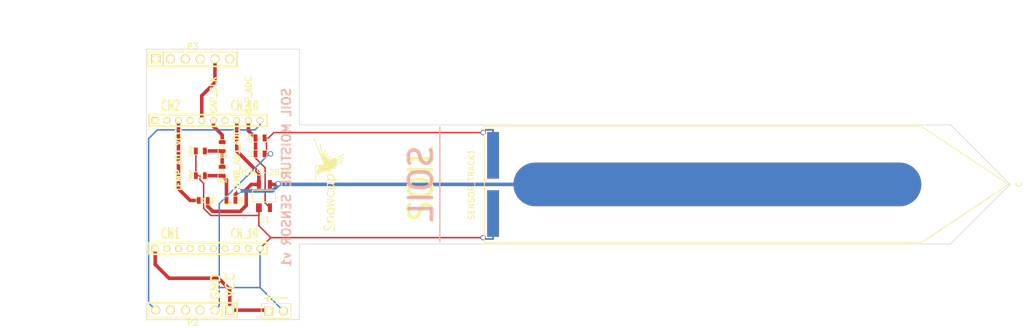
<source format=kicad_pcb>
(kicad_pcb (version 20171130) (host pcbnew "(5.1.12)-1")

  (general
    (thickness 1.6)
    (drawings 28)
    (tracks 103)
    (zones 0)
    (modules 16)
    (nets 12)
  )

  (page A3)
  (layers
    (0 F.Cu signal)
    (31 B.Cu signal)
    (32 B.Adhes user hide)
    (33 F.Adhes user hide)
    (34 B.Paste user)
    (35 F.Paste user hide)
    (36 B.SilkS user)
    (37 F.SilkS user)
    (38 B.Mask user)
    (39 F.Mask user)
    (40 Dwgs.User user)
    (41 Cmts.User user)
    (42 Eco1.User user)
    (43 Eco2.User user)
    (44 Edge.Cuts user)
  )

  (setup
    (last_trace_width 0.254)
    (user_trace_width 0.6096)
    (trace_clearance 0.254)
    (zone_clearance 0.254)
    (zone_45_only no)
    (trace_min 0.254)
    (via_size 0.889)
    (via_drill 0.635)
    (via_min_size 0.889)
    (via_min_drill 0.508)
    (uvia_size 0.508)
    (uvia_drill 0.127)
    (uvias_allowed no)
    (uvia_min_size 0.508)
    (uvia_min_drill 0.127)
    (edge_width 0.1)
    (segment_width 0.2)
    (pcb_text_width 0.3)
    (pcb_text_size 1.5 1.5)
    (mod_edge_width 0.15)
    (mod_text_size 1 1)
    (mod_text_width 0.15)
    (pad_size 8 2)
    (pad_drill 0)
    (pad_to_mask_clearance 0)
    (aux_axis_origin 0 0)
    (visible_elements 7FFFFFFF)
    (pcbplotparams
      (layerselection 0x00030_ffffffff)
      (usegerberextensions true)
      (usegerberattributes true)
      (usegerberadvancedattributes true)
      (creategerberjobfile true)
      (excludeedgelayer true)
      (linewidth 0.150000)
      (plotframeref false)
      (viasonmask false)
      (mode 1)
      (useauxorigin false)
      (hpglpennumber 1)
      (hpglpenspeed 20)
      (hpglpendiameter 15.000000)
      (psnegative false)
      (psa4output false)
      (plotreference false)
      (plotvalue false)
      (plotinvisibletext false)
      (padsonsilk false)
      (subtractmaskfromsilk false)
      (outputformat 1)
      (mirror false)
      (drillshape 0)
      (scaleselection 1)
      (outputdirectory "gerbers/"))
  )

  (net 0 "")
  (net 1 +3.3V)
  (net 2 /CAP_ADC)
  (net 3 /CAP_CLK)
  (net 4 /TEMP_ADJ_ADC)
  (net 5 /TEMP_ADJ_VCC)
  (net 6 /V_MEASURE1)
  (net 7 /V_MEASURE2)
  (net 8 GND)
  (net 9 N-0000014)
  (net 10 N-0000015)
  (net 11 N-0000028)

  (net_class Default "This is the default net class."
    (clearance 0.254)
    (trace_width 0.254)
    (via_dia 0.889)
    (via_drill 0.635)
    (uvia_dia 0.508)
    (uvia_drill 0.127)
    (add_net +3.3V)
    (add_net /CAP_ADC)
    (add_net /CAP_CLK)
    (add_net /TEMP_ADJ_ADC)
    (add_net /TEMP_ADJ_VCC)
    (add_net /V_MEASURE1)
    (add_net /V_MEASURE2)
    (add_net GND)
    (add_net N-0000014)
    (add_net N-0000015)
    (add_net N-0000028)
  )

  (module SM0603_Resistor (layer F.Cu) (tedit 5051B21B) (tstamp 53D4E7CD)
    (at 76.375 85.125 180)
    (path /53D4DB77)
    (attr smd)
    (fp_text reference R1 (at 0.0635 -0.0635 270) (layer F.SilkS)
      (effects (font (size 0.50038 0.4572) (thickness 0.1143)))
    )
    (fp_text value 10k (at -1.69926 0 270) (layer F.SilkS)
      (effects (font (size 0.508 0.4572) (thickness 0.1143)))
    )
    (fp_line (start 1.2065 0.6985) (end 0.50038 0.6985) (layer F.SilkS) (width 0.127))
    (fp_line (start 1.2065 -0.6985) (end 1.2065 0.6985) (layer F.SilkS) (width 0.127))
    (fp_line (start 1.2065 -0.6985) (end 0.50038 -0.6985) (layer F.SilkS) (width 0.127))
    (fp_line (start -1.2065 0.6985) (end -0.50038 0.6985) (layer F.SilkS) (width 0.127))
    (fp_line (start -1.2065 -0.6985) (end -1.2065 0.6985) (layer F.SilkS) (width 0.127))
    (fp_line (start -0.50038 -0.6985) (end -1.2065 -0.6985) (layer F.SilkS) (width 0.127))
    (pad 1 smd rect (at -0.762 0 180) (size 0.635 1.143) (layers F.Cu F.Paste F.Mask)
      (net 11 N-0000028))
    (pad 2 smd rect (at 0.762 0 180) (size 0.635 1.143) (layers F.Cu F.Paste F.Mask)
      (net 10 N-0000015))
    (model smd\resistors\R0603.wrl
      (offset (xyz 0 0 0.02539999961853028))
      (scale (xyz 0.5 0.5 0.5))
      (rotate (xyz 0 0 0))
    )
  )

  (module SM0603_Resistor (layer F.Cu) (tedit 5051B21B) (tstamp 53D4E7D9)
    (at 81.375 74.375)
    (path /53D4DB86)
    (attr smd)
    (fp_text reference R2 (at 0.0635 -0.0635 90) (layer F.SilkS)
      (effects (font (size 0.50038 0.4572) (thickness 0.1143)))
    )
    (fp_text value 510k (at -1.69926 0 90) (layer F.SilkS)
      (effects (font (size 0.508 0.4572) (thickness 0.1143)))
    )
    (fp_line (start 1.2065 0.6985) (end 0.50038 0.6985) (layer F.SilkS) (width 0.127))
    (fp_line (start 1.2065 -0.6985) (end 1.2065 0.6985) (layer F.SilkS) (width 0.127))
    (fp_line (start 1.2065 -0.6985) (end 0.50038 -0.6985) (layer F.SilkS) (width 0.127))
    (fp_line (start -1.2065 0.6985) (end -0.50038 0.6985) (layer F.SilkS) (width 0.127))
    (fp_line (start -1.2065 -0.6985) (end -1.2065 0.6985) (layer F.SilkS) (width 0.127))
    (fp_line (start -0.50038 -0.6985) (end -1.2065 -0.6985) (layer F.SilkS) (width 0.127))
    (pad 1 smd rect (at -0.762 0) (size 0.635 1.143) (layers F.Cu F.Paste F.Mask)
      (net 2 /CAP_ADC))
    (pad 2 smd rect (at 0.762 0) (size 0.635 1.143) (layers F.Cu F.Paste F.Mask)
      (net 8 GND))
    (model smd\resistors\R0603.wrl
      (offset (xyz 0 0 0.02539999961853028))
      (scale (xyz 0.5 0.5 0.5))
      (rotate (xyz 0 0 0))
    )
  )

  (module SM0603_Capa (layer F.Cu) (tedit 5051B1EC) (tstamp 53D4E7E5)
    (at 81.375 77.125)
    (path /53D4DB95)
    (attr smd)
    (fp_text reference C4 (at 0 0 90) (layer F.SilkS)
      (effects (font (size 0.508 0.4572) (thickness 0.1143)))
    )
    (fp_text value 1uF (at -1.651 0 90) (layer F.SilkS)
      (effects (font (size 0.508 0.4572) (thickness 0.1143)))
    )
    (fp_line (start -1.19888 0.635) (end -1.19888 -0.635) (layer F.SilkS) (width 0.11938))
    (fp_line (start 1.19888 -0.635) (end 1.19888 0.635) (layer F.SilkS) (width 0.11938))
    (fp_line (start -1.19888 -0.65024) (end -0.50038 -0.65024) (layer F.SilkS) (width 0.11938))
    (fp_line (start 0.50038 -0.65024) (end 1.19888 -0.65024) (layer F.SilkS) (width 0.11938))
    (fp_line (start -0.50038 0.65024) (end -1.19888 0.65024) (layer F.SilkS) (width 0.11938))
    (fp_line (start 0.50038 0.65024) (end 1.19888 0.65024) (layer F.SilkS) (width 0.11938))
    (pad 1 smd rect (at -0.762 0) (size 0.635 1.143) (layers F.Cu F.Paste F.Mask)
      (net 2 /CAP_ADC))
    (pad 2 smd rect (at 0.762 0) (size 0.635 1.143) (layers F.Cu F.Paste F.Mask)
      (net 8 GND))
    (model smd\capacitors\C0603.wrl
      (offset (xyz 0 0 0.02539999961853028))
      (scale (xyz 0.5 0.5 0.5))
      (rotate (xyz 0 0 0))
    )
  )

  (module PIN_ARRAY_2X1 (layer F.Cu) (tedit 4565C520) (tstamp 53D4E7EF)
    (at 84.125 104.125)
    (descr "Connecteurs 2 pins")
    (tags "CONN DEV")
    (path /53D4E507)
    (fp_text reference P1 (at 0 -1.905) (layer F.SilkS)
      (effects (font (size 0.762 0.762) (thickness 0.1524)))
    )
    (fp_text value CONN_2 (at 0 -1.905) (layer F.SilkS) hide
      (effects (font (size 0.762 0.762) (thickness 0.1524)))
    )
    (fp_line (start 2.54 1.27) (end -2.54 1.27) (layer F.SilkS) (width 0.1524))
    (fp_line (start 2.54 -1.27) (end 2.54 1.27) (layer F.SilkS) (width 0.1524))
    (fp_line (start -2.54 -1.27) (end 2.54 -1.27) (layer F.SilkS) (width 0.1524))
    (fp_line (start -2.54 1.27) (end -2.54 -1.27) (layer F.SilkS) (width 0.1524))
    (pad 1 thru_hole rect (at -1.27 0) (size 1.524 1.524) (drill 1.016) (layers *.Cu *.Mask F.SilkS)
      (net 1 +3.3V))
    (pad 2 thru_hole circle (at 1.27 0) (size 1.524 1.524) (drill 1.016) (layers *.Cu *.Mask F.SilkS)
      (net 8 GND))
    (model pin_array/pins_array_2x1.wrl
      (at (xyz 0 0 0))
      (scale (xyz 1 1 1))
      (rotate (xyz 0 0 0))
    )
  )

  (module PIN_ARRAY-6X1 (layer F.Cu) (tedit 41402119) (tstamp 53D4E7FE)
    (at 69.825 103.987 180)
    (descr "Connecteur 6 pins")
    (tags "CONN DEV")
    (path /53D4DAD5)
    (fp_text reference P2 (at 0 -2.159 180) (layer F.SilkS)
      (effects (font (size 1.016 1.016) (thickness 0.2032)))
    )
    (fp_text value CN_6 (at 0 2.159 180) (layer F.SilkS) hide
      (effects (font (size 1.016 0.889) (thickness 0.2032)))
    )
    (fp_line (start -5.08 1.27) (end -5.08 -1.27) (layer F.SilkS) (width 0.3048))
    (fp_line (start 7.62 1.27) (end -7.62 1.27) (layer F.SilkS) (width 0.3048))
    (fp_line (start 7.62 -1.27) (end 7.62 1.27) (layer F.SilkS) (width 0.3048))
    (fp_line (start -7.62 -1.27) (end 7.62 -1.27) (layer F.SilkS) (width 0.3048))
    (fp_line (start -7.62 1.27) (end -7.62 -1.27) (layer F.SilkS) (width 0.3048))
    (pad 1 thru_hole rect (at -6.35 0 180) (size 1.524 1.524) (drill 1.016) (layers *.Cu *.Mask F.SilkS)
      (net 1 +3.3V))
    (pad 2 thru_hole circle (at -3.81 0 180) (size 1.524 1.524) (drill 1.016) (layers *.Cu *.Mask F.SilkS)
      (net 8 GND))
    (pad 3 thru_hole circle (at -1.27 0 180) (size 1.524 1.524) (drill 1.016) (layers *.Cu *.Mask F.SilkS))
    (pad 4 thru_hole circle (at 1.27 0 180) (size 1.524 1.524) (drill 1.016) (layers *.Cu *.Mask F.SilkS))
    (pad 5 thru_hole circle (at 3.81 0 180) (size 1.524 1.524) (drill 1.016) (layers *.Cu *.Mask F.SilkS))
    (pad 6 thru_hole circle (at 6.35 0 180) (size 1.524 1.524) (drill 1.016) (layers *.Cu *.Mask F.SilkS)
      (net 6 /V_MEASURE1))
    (model pin_array/pins_array_6x1.wrl
      (at (xyz 0 0 0))
      (scale (xyz 1 1 1))
      (rotate (xyz 0 0 0))
    )
  )

  (module PIN_ARRAY-6X1 (layer F.Cu) (tedit 41402119) (tstamp 53D4E80D)
    (at 69.825 60.807)
    (descr "Connecteur 6 pins")
    (tags "CONN DEV")
    (path /53D4DAE4)
    (fp_text reference P3 (at 0 -2.159) (layer F.SilkS)
      (effects (font (size 1.016 1.016) (thickness 0.2032)))
    )
    (fp_text value CN_6 (at 0 2.159) (layer F.SilkS) hide
      (effects (font (size 1.016 0.889) (thickness 0.2032)))
    )
    (fp_line (start -5.08 1.27) (end -5.08 -1.27) (layer F.SilkS) (width 0.3048))
    (fp_line (start 7.62 1.27) (end -7.62 1.27) (layer F.SilkS) (width 0.3048))
    (fp_line (start 7.62 -1.27) (end 7.62 1.27) (layer F.SilkS) (width 0.3048))
    (fp_line (start -7.62 -1.27) (end 7.62 -1.27) (layer F.SilkS) (width 0.3048))
    (fp_line (start -7.62 1.27) (end -7.62 -1.27) (layer F.SilkS) (width 0.3048))
    (pad 1 thru_hole rect (at -6.35 0) (size 1.524 1.524) (drill 1.016) (layers *.Cu *.Mask F.SilkS))
    (pad 2 thru_hole circle (at -3.81 0) (size 1.524 1.524) (drill 1.016) (layers *.Cu *.Mask F.SilkS))
    (pad 3 thru_hole circle (at -1.27 0) (size 1.524 1.524) (drill 1.016) (layers *.Cu *.Mask F.SilkS))
    (pad 4 thru_hole circle (at 1.27 0) (size 1.524 1.524) (drill 1.016) (layers *.Cu *.Mask F.SilkS))
    (pad 5 thru_hole circle (at 3.81 0) (size 1.524 1.524) (drill 1.016) (layers *.Cu *.Mask F.SilkS)
      (net 7 /V_MEASURE2))
    (pad 6 thru_hole circle (at 6.35 0) (size 1.524 1.524) (drill 1.016) (layers *.Cu *.Mask F.SilkS))
    (model pin_array/pins_array_6x1.wrl
      (at (xyz 0 0 0))
      (scale (xyz 1 1 1))
      (rotate (xyz 0 0 0))
    )
  )

  (module CONN-10-2MM (layer F.Cu) (tedit 4F757B8D) (tstamp 53D4EB04)
    (at 72.375 71.375)
    (descr "Connecteur 10 pins")
    (tags "CONN DEV")
    (path /53D4DB2A)
    (fp_text reference CN2 (at -6.35 -2.54) (layer F.SilkS)
      (effects (font (size 1.72974 1.08712) (thickness 0.27178)))
    )
    (fp_text value CN_10 (at 6.35 -2.54) (layer F.SilkS)
      (effects (font (size 1.524 1.016) (thickness 0.254)))
    )
    (fp_line (start 10.22604 -1.00076) (end -10.05078 -1.00076) (layer F.SilkS) (width 0.3048))
    (fp_line (start -10.05078 1.00076) (end 10.22604 1.00076) (layer F.SilkS) (width 0.3048))
    (fp_line (start -10.05078 0.97536) (end -10.05078 -0.97536) (layer F.SilkS) (width 0.3048))
    (fp_line (start 10.22604 -0.97536) (end 10.22604 0.94996) (layer F.SilkS) (width 0.3048))
    (pad 10 thru_hole circle (at 8.99922 0) (size 1.15062 1.15062) (drill 0.65024) (layers *.Cu *.Mask F.SilkS)
      (net 6 /V_MEASURE1))
    (pad 6 thru_hole circle (at 1.00076 0) (size 1.15062 1.15062) (drill 0.65024) (layers *.Cu *.Mask F.SilkS)
      (net 3 /CAP_CLK))
    (pad 7 thru_hole circle (at 2.99974 0) (size 1.15062 1.15062) (drill 0.65024) (layers *.Cu *.Mask F.SilkS))
    (pad 8 thru_hole circle (at 5.00126 0) (size 1.15062 1.15062) (drill 0.65024) (layers *.Cu *.Mask F.SilkS)
      (net 4 /TEMP_ADJ_ADC))
    (pad 9 thru_hole circle (at 7.00024 0) (size 1.15062 1.15062) (drill 0.65024) (layers *.Cu *.Mask F.SilkS)
      (net 2 /CAP_ADC))
    (pad 5 thru_hole circle (at -1.00076 0) (size 1.15062 1.15062) (drill 0.65024) (layers *.Cu *.Mask F.SilkS)
      (net 7 /V_MEASURE2))
    (pad 4 thru_hole circle (at -2.99974 0) (size 1.15062 1.15062) (drill 0.65024) (layers *.Cu *.Mask F.SilkS))
    (pad 3 thru_hole circle (at -5.00126 0) (size 1.15062 1.15062) (drill 0.65024) (layers *.Cu *.Mask F.SilkS)
      (net 5 /TEMP_ADJ_VCC))
    (pad 1 thru_hole rect (at -8.99922 0) (size 1.15062 1.15062) (drill 0.65024) (layers *.Cu *.Mask F.SilkS))
    (pad 2 thru_hole circle (at -7.00024 0) (size 1.15062 1.15062) (drill 0.65024) (layers *.Cu *.Mask F.SilkS))
  )

  (module CONN-10-2MM (layer F.Cu) (tedit 4F757B8D) (tstamp 53D4EB16)
    (at 72.375 93.375)
    (descr "Connecteur 10 pins")
    (tags "CONN DEV")
    (path /53D4DB39)
    (fp_text reference CN1 (at -6.35 -2.54) (layer F.SilkS)
      (effects (font (size 1.72974 1.08712) (thickness 0.27178)))
    )
    (fp_text value CN_10 (at 6.35 -2.54) (layer F.SilkS)
      (effects (font (size 1.524 1.016) (thickness 0.254)))
    )
    (fp_line (start 10.22604 -1.00076) (end -10.05078 -1.00076) (layer F.SilkS) (width 0.3048))
    (fp_line (start -10.05078 1.00076) (end 10.22604 1.00076) (layer F.SilkS) (width 0.3048))
    (fp_line (start -10.05078 0.97536) (end -10.05078 -0.97536) (layer F.SilkS) (width 0.3048))
    (fp_line (start 10.22604 -0.97536) (end 10.22604 0.94996) (layer F.SilkS) (width 0.3048))
    (pad 10 thru_hole circle (at 8.99922 0) (size 1.15062 1.15062) (drill 0.65024) (layers *.Cu *.Mask F.SilkS)
      (net 8 GND))
    (pad 6 thru_hole circle (at 1.00076 0) (size 1.15062 1.15062) (drill 0.65024) (layers *.Cu *.Mask F.SilkS))
    (pad 7 thru_hole circle (at 2.99974 0) (size 1.15062 1.15062) (drill 0.65024) (layers *.Cu *.Mask F.SilkS))
    (pad 8 thru_hole circle (at 5.00126 0) (size 1.15062 1.15062) (drill 0.65024) (layers *.Cu *.Mask F.SilkS))
    (pad 9 thru_hole circle (at 7.00024 0) (size 1.15062 1.15062) (drill 0.65024) (layers *.Cu *.Mask F.SilkS))
    (pad 5 thru_hole circle (at -1.00076 0) (size 1.15062 1.15062) (drill 0.65024) (layers *.Cu *.Mask F.SilkS))
    (pad 4 thru_hole circle (at -2.99974 0) (size 1.15062 1.15062) (drill 0.65024) (layers *.Cu *.Mask F.SilkS))
    (pad 3 thru_hole circle (at -5.00126 0) (size 1.15062 1.15062) (drill 0.65024) (layers *.Cu *.Mask F.SilkS))
    (pad 1 thru_hole rect (at -8.99922 0) (size 1.15062 1.15062) (drill 0.65024) (layers *.Cu *.Mask F.SilkS)
      (net 1 +3.3V))
    (pad 2 thru_hole circle (at -7.00024 0) (size 1.15062 1.15062) (drill 0.65024) (layers *.Cu *.Mask F.SilkS))
  )

  (module SM0603_Resistor (layer F.Cu) (tedit 5051B21B) (tstamp 53D52F33)
    (at 74.875 75.875 90)
    (path /53D4E9A1)
    (attr smd)
    (fp_text reference R5 (at 0.0635 -0.0635 180) (layer F.SilkS)
      (effects (font (size 0.50038 0.4572) (thickness 0.1143)))
    )
    (fp_text value 100R (at -1.69926 0 180) (layer F.SilkS)
      (effects (font (size 0.508 0.4572) (thickness 0.1143)))
    )
    (fp_line (start 1.2065 0.6985) (end 0.50038 0.6985) (layer F.SilkS) (width 0.127))
    (fp_line (start 1.2065 -0.6985) (end 1.2065 0.6985) (layer F.SilkS) (width 0.127))
    (fp_line (start 1.2065 -0.6985) (end 0.50038 -0.6985) (layer F.SilkS) (width 0.127))
    (fp_line (start -1.2065 0.6985) (end -0.50038 0.6985) (layer F.SilkS) (width 0.127))
    (fp_line (start -1.2065 -0.6985) (end -1.2065 0.6985) (layer F.SilkS) (width 0.127))
    (fp_line (start -0.50038 -0.6985) (end -1.2065 -0.6985) (layer F.SilkS) (width 0.127))
    (pad 1 smd rect (at -0.762 0 90) (size 0.635 1.143) (layers F.Cu F.Paste F.Mask)
      (net 9 N-0000014))
    (pad 2 smd rect (at 0.762 0 90) (size 0.635 1.143) (layers F.Cu F.Paste F.Mask)
      (net 3 /CAP_CLK))
    (model smd\resistors\R0603.wrl
      (offset (xyz 0 0 0.02539999961853028))
      (scale (xyz 0.5 0.5 0.5))
      (rotate (xyz 0 0 0))
    )
  )

  (module SM0603_Resistor (layer F.Cu) (tedit 5051B21B) (tstamp 53D52F3F)
    (at 74.875 80.125 90)
    (path /53D4E9B0)
    (attr smd)
    (fp_text reference R4 (at 0.0635 -0.0635 180) (layer F.SilkS)
      (effects (font (size 0.50038 0.4572) (thickness 0.1143)))
    )
    (fp_text value 100R (at -1.69926 0 180) (layer F.SilkS)
      (effects (font (size 0.508 0.4572) (thickness 0.1143)))
    )
    (fp_line (start 1.2065 0.6985) (end 0.50038 0.6985) (layer F.SilkS) (width 0.127))
    (fp_line (start 1.2065 -0.6985) (end 1.2065 0.6985) (layer F.SilkS) (width 0.127))
    (fp_line (start 1.2065 -0.6985) (end 0.50038 -0.6985) (layer F.SilkS) (width 0.127))
    (fp_line (start -1.2065 0.6985) (end -0.50038 0.6985) (layer F.SilkS) (width 0.127))
    (fp_line (start -1.2065 -0.6985) (end -1.2065 0.6985) (layer F.SilkS) (width 0.127))
    (fp_line (start -0.50038 -0.6985) (end -1.2065 -0.6985) (layer F.SilkS) (width 0.127))
    (pad 1 smd rect (at -0.762 0 90) (size 0.635 1.143) (layers F.Cu F.Paste F.Mask)
      (net 10 N-0000015))
    (pad 2 smd rect (at 0.762 0 90) (size 0.635 1.143) (layers F.Cu F.Paste F.Mask)
      (net 9 N-0000014))
    (model smd\resistors\R0603.wrl
      (offset (xyz 0 0 0.02539999961853028))
      (scale (xyz 0.5 0.5 0.5))
      (rotate (xyz 0 0 0))
    )
  )

  (module SM0603_Resistor (layer F.Cu) (tedit 5051B21B) (tstamp 53D52F4B)
    (at 71.625 85.125 180)
    (path /53D50216)
    (attr smd)
    (fp_text reference R3 (at 0.0635 -0.0635 270) (layer F.SilkS)
      (effects (font (size 0.50038 0.4572) (thickness 0.1143)))
    )
    (fp_text value 3k3 (at -1.69926 0 270) (layer F.SilkS)
      (effects (font (size 0.508 0.4572) (thickness 0.1143)))
    )
    (fp_line (start 1.2065 0.6985) (end 0.50038 0.6985) (layer F.SilkS) (width 0.127))
    (fp_line (start 1.2065 -0.6985) (end 1.2065 0.6985) (layer F.SilkS) (width 0.127))
    (fp_line (start 1.2065 -0.6985) (end 0.50038 -0.6985) (layer F.SilkS) (width 0.127))
    (fp_line (start -1.2065 0.6985) (end -0.50038 0.6985) (layer F.SilkS) (width 0.127))
    (fp_line (start -1.2065 -0.6985) (end -1.2065 0.6985) (layer F.SilkS) (width 0.127))
    (fp_line (start -0.50038 -0.6985) (end -1.2065 -0.6985) (layer F.SilkS) (width 0.127))
    (pad 1 smd rect (at -0.762 0 180) (size 0.635 1.143) (layers F.Cu F.Paste F.Mask)
      (net 4 /TEMP_ADJ_ADC))
    (pad 2 smd rect (at 0.762 0 180) (size 0.635 1.143) (layers F.Cu F.Paste F.Mask)
      (net 5 /TEMP_ADJ_VCC))
    (model smd\resistors\R0603.wrl
      (offset (xyz 0 0 0.02539999961853028))
      (scale (xyz 0.5 0.5 0.5))
      (rotate (xyz 0 0 0))
    )
  )

  (module SM0603_Capa (layer F.Cu) (tedit 5051B1EC) (tstamp 53D52F57)
    (at 71.125 76.625)
    (path /53D4E983)
    (attr smd)
    (fp_text reference C2 (at 0 0 90) (layer F.SilkS)
      (effects (font (size 0.508 0.4572) (thickness 0.1143)))
    )
    (fp_text value 100pF (at -1.651 0 90) (layer F.SilkS)
      (effects (font (size 0.508 0.4572) (thickness 0.1143)))
    )
    (fp_line (start -1.19888 0.635) (end -1.19888 -0.635) (layer F.SilkS) (width 0.11938))
    (fp_line (start 1.19888 -0.635) (end 1.19888 0.635) (layer F.SilkS) (width 0.11938))
    (fp_line (start -1.19888 -0.65024) (end -0.50038 -0.65024) (layer F.SilkS) (width 0.11938))
    (fp_line (start 0.50038 -0.65024) (end 1.19888 -0.65024) (layer F.SilkS) (width 0.11938))
    (fp_line (start -0.50038 0.65024) (end -1.19888 0.65024) (layer F.SilkS) (width 0.11938))
    (fp_line (start 0.50038 0.65024) (end 1.19888 0.65024) (layer F.SilkS) (width 0.11938))
    (pad 1 smd rect (at -0.762 0) (size 0.635 1.143) (layers F.Cu F.Paste F.Mask)
      (net 8 GND))
    (pad 2 smd rect (at 0.762 0) (size 0.635 1.143) (layers F.Cu F.Paste F.Mask)
      (net 9 N-0000014))
    (model smd\capacitors\C0603.wrl
      (offset (xyz 0 0 0.02539999961853028))
      (scale (xyz 0.5 0.5 0.5))
      (rotate (xyz 0 0 0))
    )
  )

  (module SM0603_Capa (layer F.Cu) (tedit 5051B1EC) (tstamp 53D52F63)
    (at 71.125 80.875)
    (path /53D4E992)
    (attr smd)
    (fp_text reference C1 (at 0 0 90) (layer F.SilkS)
      (effects (font (size 0.508 0.4572) (thickness 0.1143)))
    )
    (fp_text value 100pF (at -1.651 0 90) (layer F.SilkS)
      (effects (font (size 0.508 0.4572) (thickness 0.1143)))
    )
    (fp_line (start -1.19888 0.635) (end -1.19888 -0.635) (layer F.SilkS) (width 0.11938))
    (fp_line (start 1.19888 -0.635) (end 1.19888 0.635) (layer F.SilkS) (width 0.11938))
    (fp_line (start -1.19888 -0.65024) (end -0.50038 -0.65024) (layer F.SilkS) (width 0.11938))
    (fp_line (start 0.50038 -0.65024) (end 1.19888 -0.65024) (layer F.SilkS) (width 0.11938))
    (fp_line (start -0.50038 0.65024) (end -1.19888 0.65024) (layer F.SilkS) (width 0.11938))
    (fp_line (start 0.50038 0.65024) (end 1.19888 0.65024) (layer F.SilkS) (width 0.11938))
    (pad 1 smd rect (at -0.762 0) (size 0.635 1.143) (layers F.Cu F.Paste F.Mask)
      (net 8 GND))
    (pad 2 smd rect (at 0.762 0) (size 0.635 1.143) (layers F.Cu F.Paste F.Mask)
      (net 10 N-0000015))
    (model smd\capacitors\C0603.wrl
      (offset (xyz 0 0 0.02539999961853028))
      (scale (xyz 0.5 0.5 0.5))
      (rotate (xyz 0 0 0))
    )
  )

  (module HSMS-2815 (layer F.Cu) (tedit 53D67037) (tstamp 53D52F6F)
    (at 82.125 84.375 180)
    (path /53D50003)
    (fp_text reference U1 (at 0 -4.064 180) (layer F.SilkS)
      (effects (font (size 1 1) (thickness 0.15)))
    )
    (fp_text value HSMS-2815 (at 0 4.064 180) (layer F.SilkS)
      (effects (font (size 1 1) (thickness 0.15)))
    )
    (fp_line (start -1.905 1.016) (end -1.905 -1.016) (layer F.SilkS) (width 0.15))
    (fp_line (start 2.032 1.016) (end -1.905 1.016) (layer F.SilkS) (width 0.15))
    (fp_line (start 2.032 -1.016) (end 2.032 1.016) (layer F.SilkS) (width 0.15))
    (fp_line (start -1.905 -1.016) (end 2.032 -1.016) (layer F.SilkS) (width 0.15))
    (pad 4 smd rect (at -0.95 2 180) (size 0.7 1.5) (layers F.Cu F.Paste F.Mask)
      (net 11 N-0000028))
    (pad 3 smd rect (at 0.95 2 180) (size 0.7 1.5) (layers F.Cu F.Paste F.Mask)
      (net 4 /TEMP_ADJ_ADC))
    (pad 2 smd rect (at -0.95 -2 180) (size 0.7 1.5) (layers F.Cu F.Paste F.Mask)
      (net 2 /CAP_ADC))
    (pad 1 smd rect (at 0.95 -2 180) (size 1 1.5) (layers F.Cu F.Paste F.Mask)
      (net 8 GND))
  )

  (module SOIL_SENSOR_CAPACITIVE (layer F.Cu) (tedit 53D680C8) (tstamp 53D52F27)
    (at 164.875 82.375 90)
    (path /53D4DBA4)
    (fp_text reference SENSOR_TRACK1 (at 0 -47.2 90) (layer F.SilkS)
      (effects (font (size 1 1) (thickness 0.15)))
    )
    (fp_text value C (at 0 46.8 90) (layer F.SilkS)
      (effects (font (size 1 1) (thickness 0.15)))
    )
    (fp_line (start -10 30) (end 0 45) (layer F.SilkS) (width 0.15))
    (fp_line (start -10 -45) (end -10 30) (layer F.SilkS) (width 0.15))
    (fp_line (start 10 -45) (end -10 -45) (layer F.SilkS) (width 0.15))
    (fp_line (start 10 30) (end 10 -45) (layer F.SilkS) (width 0.15))
    (fp_line (start 0 45) (end 10 30) (layer F.SilkS) (width 0.15))
    (pad 1 smd oval (at 0 -5 90) (size 7.5 70) (layers F.Cu)
      (net 11 N-0000028) (clearance 2) (zone_connect 2) (thermal_width 0.1) (thermal_gap 2))
    (pad 2 smd rect (at -5 -43.5 90) (size 8 2) (layers F.Cu)
      (net 8 GND))
    (pad 2 smd rect (at 5 -43.5 90) (size 8 2) (layers F.Cu)
      (net 8 GND))
    (pad 2 smd rect (at -5 -43.5 90) (size 8 2) (layers B.Cu)
      (net 8 GND))
    (pad 2 smd rect (at 5 -43.5 90) (size 8 2) (layers B.Cu)
      (net 8 GND))
    (pad 1 smd oval (at 0 -5 90) (size 7.5 70) (layers B.Cu)
      (net 11 N-0000028) (clearance 2) (thermal_width 0.1) (thermal_gap 2))
  )

  (module LOGO_SNOWCAP_FRONT (layer F.Cu) (tedit 0) (tstamp 53DA80E3)
    (at 93.2 82.4 90)
    (fp_text reference Noname_1 (at 0 5.08 90) (layer F.SilkS) hide
      (effects (font (size 1.524 1.524) (thickness 0.3048)))
    )
    (fp_text value "" (at 0 -5.08 90) (layer F.SilkS) hide
      (effects (font (size 1.524 1.524) (thickness 0.3048)))
    )
    (fp_poly (pts (xy -2.41808 -0.3302) (xy -2.41808 -0.32258) (xy -2.42316 -0.29972) (xy -2.42824 -0.26162)
      (xy -2.43586 -0.21336) (xy -2.44602 -0.1524) (xy -2.45618 -0.08382) (xy -2.46888 -0.00508)
      (xy -2.48412 0.08128) (xy -2.49936 0.17526) (xy -2.5146 0.27432) (xy -2.52222 0.3302)
      (xy -2.6289 0.98552) (xy -2.73304 0.98298) (xy -2.83464 0.98044) (xy -2.96164 0.55626)
      (xy -2.98704 0.47244) (xy -3.0099 0.3937) (xy -3.03276 0.3175) (xy -3.05308 0.24384)
      (xy -3.07086 0.18034) (xy -3.0861 0.127) (xy -3.09626 0.08128) (xy -3.10642 0.0508)
      (xy -3.10642 0.04318) (xy -3.11404 0.00762) (xy -3.12166 -0.02286) (xy -3.12674 -0.04064)
      (xy -3.12928 -0.04826) (xy -3.13436 -0.04064) (xy -3.13944 -0.02032) (xy -3.14452 0.00762)
      (xy -3.15214 0.04318) (xy -3.15722 0.06604) (xy -3.16738 0.10668) (xy -3.17754 0.15748)
      (xy -3.19278 0.2159) (xy -3.21056 0.28702) (xy -3.22834 0.36068) (xy -3.24866 0.44196)
      (xy -3.27152 0.52324) (xy -3.27914 0.5588) (xy -3.38836 0.98552) (xy -3.49504 0.98552)
      (xy -3.53822 0.98552) (xy -3.5687 0.98298) (xy -3.58648 0.98298) (xy -3.59918 0.98044)
      (xy -3.60426 0.97536) (xy -3.6068 0.96774) (xy -3.6068 0.95504) (xy -3.61188 0.92964)
      (xy -3.6195 0.89154) (xy -3.62712 0.84074) (xy -3.63728 0.77978) (xy -3.64744 0.70866)
      (xy -3.66268 0.62992) (xy -3.67538 0.54356) (xy -3.69062 0.45212) (xy -3.70586 0.35306)
      (xy -3.71094 0.32766) (xy -3.72618 0.23114) (xy -3.74142 0.13716) (xy -3.75666 0.04826)
      (xy -3.76936 -0.03302) (xy -3.78206 -0.10668) (xy -3.79222 -0.17272) (xy -3.79984 -0.22606)
      (xy -3.80746 -0.26924) (xy -3.81254 -0.29718) (xy -3.81508 -0.31242) (xy -3.81508 -0.31496)
      (xy -3.82016 -0.33528) (xy -3.71856 -0.33528) (xy -3.67284 -0.33528) (xy -3.64236 -0.33528)
      (xy -3.62204 -0.3302) (xy -3.61442 -0.32766) (xy -3.61442 -0.32512) (xy -3.61188 -0.3175)
      (xy -3.60934 -0.2921) (xy -3.60172 -0.25654) (xy -3.5941 -0.20828) (xy -3.58648 -0.14986)
      (xy -3.57632 -0.08636) (xy -3.56362 -0.0127) (xy -3.55092 0.0635) (xy -3.55092 0.07112)
      (xy -3.5306 0.19304) (xy -3.51536 0.30226) (xy -3.50012 0.3937) (xy -3.48742 0.4699)
      (xy -3.47726 0.53086) (xy -3.46964 0.57912) (xy -3.46202 0.61214) (xy -3.45694 0.63246)
      (xy -3.45694 0.63754) (xy -3.4544 0.63246) (xy -3.44932 0.61214) (xy -3.44424 0.5842)
      (xy -3.43916 0.5588) (xy -3.43408 0.5334) (xy -3.42646 0.49784) (xy -3.41376 0.44704)
      (xy -3.40106 0.38862) (xy -3.38328 0.32004) (xy -3.3655 0.24638) (xy -3.34518 0.17018)
      (xy -3.32486 0.0889) (xy -3.31978 0.07112) (xy -3.2131 -0.33274) (xy -3.11404 -0.33274)
      (xy -3.01498 -0.33274) (xy -2.90068 0.05588) (xy -2.87782 0.13462) (xy -2.85496 0.21336)
      (xy -2.8321 0.28956) (xy -2.81178 0.35814) (xy -2.79654 0.42164) (xy -2.7813 0.47498)
      (xy -2.77114 0.51562) (xy -2.76352 0.54356) (xy -2.75336 0.58674) (xy -2.74574 0.61214)
      (xy -2.74066 0.62738) (xy -2.73558 0.62738) (xy -2.73558 0.62484) (xy -2.73304 0.61214)
      (xy -2.72796 0.5842) (xy -2.72288 0.5461) (xy -2.71526 0.50038) (xy -2.70764 0.44958)
      (xy -2.70256 0.41656) (xy -2.6924 0.36068) (xy -2.68224 0.2921) (xy -2.66954 0.2159)
      (xy -2.65684 0.13462) (xy -2.64414 0.05334) (xy -2.63398 -0.0254) (xy -2.6289 -0.04826)
      (xy -2.61874 -0.11176) (xy -2.60858 -0.17272) (xy -2.60096 -0.22352) (xy -2.59588 -0.26924)
      (xy -2.5908 -0.30226) (xy -2.58572 -0.32258) (xy -2.58572 -0.3302) (xy -2.5781 -0.33274)
      (xy -2.56032 -0.33528) (xy -2.53238 -0.33528) (xy -2.5019 -0.33528) (xy -2.46888 -0.33528)
      (xy -2.44348 -0.33528) (xy -2.42316 -0.33274) (xy -2.41808 -0.3302)) (layer F.SilkS) (width 0.00254))
    (fp_poly (pts (xy -5.45846 0.98552) (xy -5.56768 0.98552) (xy -5.67436 0.98552) (xy -5.6769 0.51054)
      (xy -5.67944 0.39624) (xy -5.67944 0.29464) (xy -5.68198 0.20828) (xy -5.68452 0.13462)
      (xy -5.68452 0.0762) (xy -5.68706 0.03302) (xy -5.6896 0.00508) (xy -5.69214 -0.00508)
      (xy -5.70992 -0.05842) (xy -5.7404 -0.1016) (xy -5.7785 -0.13716) (xy -5.82422 -0.16002)
      (xy -5.85978 -0.16764) (xy -5.91312 -0.1651) (xy -5.969 -0.14732) (xy -6.02996 -0.11938)
      (xy -6.09092 -0.08128) (xy -6.14934 -0.03048) (xy -6.20776 0.0254) (xy -6.2611 0.09144)
      (xy -6.30936 0.16256) (xy -6.3119 0.16764) (xy -6.33984 0.2159) (xy -6.33984 0.59944)
      (xy -6.33984 0.98552) (xy -6.44906 0.98552) (xy -6.55574 0.98552) (xy -6.55574 0.32512)
      (xy -6.55574 -0.33528) (xy -6.44906 -0.33528) (xy -6.33984 -0.33528) (xy -6.33984 -0.19304)
      (xy -6.33984 -0.05334) (xy -6.31698 -0.07874) (xy -6.28396 -0.12446) (xy -6.25602 -0.15748)
      (xy -6.23062 -0.18542) (xy -6.20522 -0.20828) (xy -6.17982 -0.23368) (xy -6.17728 -0.23368)
      (xy -6.10362 -0.28702) (xy -6.02488 -0.32766) (xy -5.94614 -0.3556) (xy -5.8674 -0.3683)
      (xy -5.7912 -0.36576) (xy -5.71754 -0.34798) (xy -5.64642 -0.31496) (xy -5.63118 -0.3048)
      (xy -5.58292 -0.27178) (xy -5.54736 -0.23114) (xy -5.51688 -0.18542) (xy -5.49656 -0.13208)
      (xy -5.47878 -0.06858) (xy -5.46862 0.00762) (xy -5.46862 0.02032) (xy -5.46608 0.04572)
      (xy -5.46608 0.08382) (xy -5.46354 0.13462) (xy -5.461 0.19812) (xy -5.461 0.2667)
      (xy -5.461 0.34544) (xy -5.461 0.42672) (xy -5.461 0.51054) (xy -5.461 0.5461)
      (xy -5.45846 0.98552)) (layer F.SilkS) (width 0.00254))
    (fp_poly (pts (xy 0.37338 0.97536) (xy 0.37084 0.98044) (xy 0.35814 0.98298) (xy 0.34036 0.98298)
      (xy 0.30734 0.98552) (xy 0.26416 0.98552) (xy 0.26162 0.98552) (xy 0.14732 0.98552)
      (xy 0.13208 0.9017) (xy 0.127 0.85852) (xy 0.11938 0.8128) (xy 0.11684 0.77216)
      (xy 0.1143 0.75946) (xy 0.11176 0.72898) (xy 0.10922 0.70612) (xy 0.10668 0.69596)
      (xy 0.10414 0.69596) (xy 0.10414 0.43688) (xy 0.1016 0.14986) (xy 0.09906 -0.1397)
      (xy 0.05588 -0.14986) (xy 0.02794 -0.15494) (xy -0.00762 -0.16002) (xy -0.0508 -0.16256)
      (xy -0.07112 -0.1651) (xy -0.15494 -0.1651) (xy -0.2286 -0.1524) (xy -0.29464 -0.12954)
      (xy -0.35814 -0.09144) (xy -0.4191 -0.0381) (xy -0.42418 -0.03302) (xy -0.47244 0.02286)
      (xy -0.51308 0.08382) (xy -0.54102 0.1524) (xy -0.56134 0.22098) (xy -0.5715 0.26924)
      (xy -0.57658 0.32766) (xy -0.57912 0.38862) (xy -0.58166 0.45212) (xy -0.57658 0.51054)
      (xy -0.5715 0.5588) (xy -0.56642 0.58166) (xy -0.54102 0.65532) (xy -0.50546 0.71628)
      (xy -0.46228 0.762) (xy -0.42926 0.78486) (xy -0.381 0.80518) (xy -0.32512 0.80772)
      (xy -0.26924 0.79756) (xy -0.24892 0.78994) (xy -0.21336 0.7747) (xy -0.18034 0.75438)
      (xy -0.1651 0.74422) (xy -0.12446 0.71374) (xy -0.07874 0.6731) (xy -0.03302 0.62484)
      (xy 0.00762 0.57404) (xy 0.04572 0.52578) (xy 0.05334 0.51308) (xy 0.10414 0.43688)
      (xy 0.10414 0.69596) (xy 0.09906 0.70358) (xy 0.08636 0.71882) (xy 0.0762 0.73406)
      (xy 0.04572 0.77724) (xy 0.00508 0.82042) (xy -0.0381 0.8636) (xy -0.08382 0.9017)
      (xy -0.10414 0.91694) (xy -0.18796 0.9652) (xy -0.2667 0.99822) (xy -0.34544 1.016)
      (xy -0.42418 1.01854) (xy -0.4445 1.016) (xy -0.51054 1.00076) (xy -0.57404 0.97028)
      (xy -0.635 0.92964) (xy -0.69088 0.8763) (xy -0.7366 0.81534) (xy -0.76708 0.75946)
      (xy -0.77724 0.73152) (xy -0.78994 0.69342) (xy -0.8001 0.65278) (xy -0.8001 0.6477)
      (xy -0.81788 0.53848) (xy -0.82042 0.42672) (xy -0.8128 0.3175) (xy -0.79248 0.21082)
      (xy -0.762 0.10922) (xy -0.72136 0.0127) (xy -0.67056 -0.07366) (xy -0.6096 -0.14986)
      (xy -0.53848 -0.2159) (xy -0.52578 -0.22606) (xy -0.47244 -0.26416) (xy -0.4191 -0.29464)
      (xy -0.36322 -0.3175) (xy -0.32258 -0.3302) (xy -0.29718 -0.33528) (xy -0.27178 -0.34036)
      (xy -0.23876 -0.3429) (xy -0.2032 -0.34544) (xy -0.15748 -0.34798) (xy -0.1016 -0.34798)
      (xy -0.0381 -0.34544) (xy 0.04064 -0.34544) (xy 0.13208 -0.34036) (xy 0.14478 -0.34036)
      (xy 0.32766 -0.33528) (xy 0.32766 0.18034) (xy 0.32766 0.30226) (xy 0.32766 0.4064)
      (xy 0.3302 0.50038) (xy 0.3302 0.57912) (xy 0.33274 0.65024) (xy 0.33528 0.70866)
      (xy 0.33782 0.75946) (xy 0.34036 0.80518) (xy 0.34544 0.84328) (xy 0.35052 0.8763)
      (xy 0.3556 0.90932) (xy 0.36322 0.93726) (xy 0.37084 0.9652) (xy 0.37338 0.97028)
      (xy 0.37338 0.97536)) (layer F.SilkS) (width 0.00254))
    (fp_poly (pts (xy -1.09728 0.94488) (xy -1.1176 0.9525) (xy -1.13284 0.95758) (xy -1.16078 0.9652)
      (xy -1.19634 0.97536) (xy -1.21412 0.98044) (xy -1.33096 1.0033) (xy -1.44272 1.016)
      (xy -1.5494 1.01854) (xy -1.60274 1.016) (xy -1.67386 1.0033) (xy -1.75006 0.98298)
      (xy -1.82118 0.95504) (xy -1.87452 0.9271) (xy -1.94564 0.87884) (xy -2.00914 0.81788)
      (xy -2.06756 0.7493) (xy -2.11582 0.67564) (xy -2.12344 0.6604) (xy -2.159 0.57404)
      (xy -2.18186 0.48006) (xy -2.19456 0.38354) (xy -2.19456 0.28448) (xy -2.1844 0.18796)
      (xy -2.16408 0.09398) (xy -2.13106 0.01016) (xy -2.12852 0.00508) (xy -2.07772 -0.08128)
      (xy -2.01422 -0.15748) (xy -1.9431 -0.22606) (xy -1.86182 -0.28194) (xy -1.778 -0.32512)
      (xy -1.69926 -0.34798) (xy -1.61036 -0.36322) (xy -1.5113 -0.3683) (xy -1.40716 -0.36068)
      (xy -1.29794 -0.34544) (xy -1.18618 -0.32004) (xy -1.1557 -0.31242) (xy -1.09728 -0.29464)
      (xy -1.09728 -0.1905) (xy -1.09728 -0.14732) (xy -1.09728 -0.11938) (xy -1.09982 -0.1016)
      (xy -1.10236 -0.09144) (xy -1.10744 -0.0889) (xy -1.10998 -0.09144) (xy -1.12268 -0.09398)
      (xy -1.14808 -0.10414) (xy -1.1811 -0.1143) (xy -1.21412 -0.127) (xy -1.2573 -0.14224)
      (xy -1.30048 -0.15494) (xy -1.34112 -0.16764) (xy -1.36398 -0.17272) (xy -1.41478 -0.18034)
      (xy -1.4732 -0.18288) (xy -1.53162 -0.18288) (xy -1.58496 -0.18034) (xy -1.62814 -0.17272)
      (xy -1.70434 -0.14478) (xy -1.77038 -0.10414) (xy -1.8288 -0.0508) (xy -1.87706 0.0127)
      (xy -1.91262 0.08382) (xy -1.94056 0.16764) (xy -1.95326 0.25654) (xy -1.9558 0.31496)
      (xy -1.95326 0.38608) (xy -1.9431 0.4445) (xy -1.92786 0.50546) (xy -1.90246 0.56388)
      (xy -1.85928 0.64008) (xy -1.81102 0.70104) (xy -1.75514 0.7493) (xy -1.6891 0.78486)
      (xy -1.66624 0.79502) (xy -1.63322 0.80264) (xy -1.59004 0.81026) (xy -1.5367 0.8128)
      (xy -1.48336 0.81534) (xy -1.43002 0.81534) (xy -1.38176 0.8128) (xy -1.3589 0.81026)
      (xy -1.33096 0.80264) (xy -1.2954 0.79502) (xy -1.25222 0.78232) (xy -1.2065 0.76962)
      (xy -1.16332 0.75692) (xy -1.1303 0.74676) (xy -1.10998 0.73914) (xy -1.1049 0.73914)
      (xy -1.09982 0.74422) (xy -1.09728 0.75692) (xy -1.09728 0.77978) (xy -1.09728 0.81534)
      (xy -1.09728 0.84074) (xy -1.09728 0.94488)) (layer F.SilkS) (width 0.00254))
    (fp_poly (pts (xy -3.9497 0.381) (xy -3.95478 0.45466) (xy -3.96494 0.52324) (xy -3.98018 0.5842)
      (xy -4.00304 0.64516) (xy -4.0513 0.7366) (xy -4.10972 0.81788) (xy -4.1783 0.88392)
      (xy -4.18338 0.889) (xy -4.18338 0.31242) (xy -4.18846 0.21844) (xy -4.2037 0.13208)
      (xy -4.2291 0.0508) (xy -4.26466 -0.01778) (xy -4.3053 -0.07112) (xy -4.3561 -0.11938)
      (xy -4.40944 -0.1524) (xy -4.47294 -0.17526) (xy -4.54152 -0.18288) (xy -4.58724 -0.18288)
      (xy -4.62534 -0.18034) (xy -4.65582 -0.17526) (xy -4.68122 -0.17018) (xy -4.7117 -0.15748)
      (xy -4.71678 -0.15494) (xy -4.78028 -0.11684) (xy -4.83362 -0.06604) (xy -4.8768 -0.00254)
      (xy -4.91236 0.0762) (xy -4.92506 0.11684) (xy -4.93268 0.14224) (xy -4.93776 0.1651)
      (xy -4.9403 0.1905) (xy -4.94284 0.22352) (xy -4.94284 0.26162) (xy -4.94284 0.31496)
      (xy -4.94284 0.32512) (xy -4.94284 0.38862) (xy -4.9403 0.44196) (xy -4.93522 0.48768)
      (xy -4.9276 0.52578) (xy -4.9149 0.56388) (xy -4.89966 0.60198) (xy -4.88696 0.63246)
      (xy -4.84378 0.6985) (xy -4.79552 0.75438) (xy -4.7371 0.79502) (xy -4.67106 0.82296)
      (xy -4.59994 0.83566) (xy -4.52374 0.83566) (xy -4.50342 0.83312) (xy -4.43484 0.8128)
      (xy -4.37134 0.77978) (xy -4.31546 0.73406) (xy -4.26974 0.67564) (xy -4.23418 0.60706)
      (xy -4.20624 0.52324) (xy -4.18846 0.4318) (xy -4.18592 0.40894) (xy -4.18338 0.31242)
      (xy -4.18338 0.889) (xy -4.2545 0.9398) (xy -4.33832 0.98044) (xy -4.42976 1.00838)
      (xy -4.52628 1.02108) (xy -4.62026 1.01854) (xy -4.71678 1.0033) (xy -4.80568 0.97536)
      (xy -4.8895 0.93218) (xy -4.96316 0.8763) (xy -5.0292 0.81026) (xy -5.08508 0.73152)
      (xy -5.12826 0.64008) (xy -5.16128 0.54356) (xy -5.1689 0.51562) (xy -5.17398 0.48768)
      (xy -5.17906 0.45974) (xy -5.1816 0.42672) (xy -5.1816 0.38862) (xy -5.1816 0.33528)
      (xy -5.1816 0.32766) (xy -5.1816 0.27432) (xy -5.1816 0.23114) (xy -5.17906 0.19558)
      (xy -5.17652 0.16764) (xy -5.17144 0.1397) (xy -5.16636 0.11684) (xy -5.13334 0.02286)
      (xy -5.09016 -0.06604) (xy -5.03682 -0.14732) (xy -4.97332 -0.2159) (xy -4.90474 -0.27432)
      (xy -4.8895 -0.28448) (xy -4.82346 -0.32004) (xy -4.75234 -0.34544) (xy -4.67614 -0.36068)
      (xy -4.58978 -0.3683) (xy -4.53644 -0.36576) (xy -4.45516 -0.36068) (xy -4.38658 -0.34798)
      (xy -4.32308 -0.32766) (xy -4.26466 -0.29718) (xy -4.25196 -0.28956) (xy -4.191 -0.24638)
      (xy -4.13004 -0.1905) (xy -4.0767 -0.12446) (xy -4.03098 -0.05588) (xy -4.0005 0.0127)
      (xy -3.98272 0.06096) (xy -3.97002 0.1016) (xy -3.95986 0.14224) (xy -3.95478 0.18288)
      (xy -3.95224 0.23368) (xy -3.9497 0.29464) (xy -3.9497 0.29718) (xy -3.9497 0.381)) (layer F.SilkS) (width 0.00254))
    (fp_poly (pts (xy -6.89102 0.50292) (xy -6.89356 0.58674) (xy -6.91134 0.66802) (xy -6.93674 0.74168)
      (xy -6.97992 0.81534) (xy -7.03834 0.87884) (xy -7.10438 0.93472) (xy -7.18312 0.9779)
      (xy -7.27456 1.00838) (xy -7.32028 1.02108) (xy -7.36092 1.02616) (xy -7.41426 1.03124)
      (xy -7.47268 1.03632) (xy -7.53364 1.03632) (xy -7.59206 1.03632) (xy -7.64286 1.03632)
      (xy -7.68096 1.03124) (xy -7.74954 1.02108) (xy -7.82574 1.0033) (xy -7.90448 0.98044)
      (xy -7.93496 0.97028) (xy -8.001 0.94742) (xy -8.00354 0.83312) (xy -8.00608 0.72136)
      (xy -7.93242 0.75438) (xy -7.85114 0.78486) (xy -7.76224 0.8128) (xy -7.67588 0.83312)
      (xy -7.5946 0.84836) (xy -7.5184 0.85598) (xy -7.49808 0.85598) (xy -7.43712 0.8509)
      (xy -7.37362 0.8382) (xy -7.3152 0.82042) (xy -7.26186 0.79502) (xy -7.22122 0.76708)
      (xy -7.21614 0.762) (xy -7.1755 0.71628) (xy -7.14756 0.6604) (xy -7.12978 0.59944)
      (xy -7.12724 0.53848) (xy -7.12724 0.5334) (xy -7.13486 0.49276) (xy -7.14756 0.45212)
      (xy -7.16788 0.41402) (xy -7.19328 0.37592) (xy -7.23138 0.34036) (xy -7.2771 0.29972)
      (xy -7.33298 0.25908) (xy -7.40156 0.21336) (xy -7.48538 0.16256) (xy -7.54634 0.127)
      (xy -7.61238 0.0889) (xy -7.66572 0.05588) (xy -7.71144 0.02794) (xy -7.747 0.00254)
      (xy -7.78002 -0.02032) (xy -7.80796 -0.04572) (xy -7.8359 -0.07112) (xy -7.83844 -0.0762)
      (xy -7.8994 -0.14478) (xy -7.94258 -0.21844) (xy -7.97052 -0.29718) (xy -7.98322 -0.37846)
      (xy -7.98322 -0.41148) (xy -7.97814 -0.50038) (xy -7.95782 -0.57912) (xy -7.92734 -0.65024)
      (xy -7.88162 -0.71628) (xy -7.85114 -0.74676) (xy -7.7978 -0.79248) (xy -7.74446 -0.83058)
      (xy -7.68096 -0.85852) (xy -7.61238 -0.87884) (xy -7.52856 -0.89154) (xy -7.48538 -0.89662)
      (xy -7.42188 -0.9017) (xy -7.35076 -0.89916) (xy -7.2771 -0.89408) (xy -7.20344 -0.88646)
      (xy -7.13486 -0.8763) (xy -7.07644 -0.8636) (xy -7.0358 -0.84836) (xy -7.01294 -0.84074)
      (xy -7.01294 -0.74676) (xy -7.01294 -0.70866) (xy -7.01294 -0.67818) (xy -7.01548 -0.65532)
      (xy -7.01548 -0.6477) (xy -7.02564 -0.6477) (xy -7.04596 -0.65278) (xy -7.0739 -0.6604)
      (xy -7.08914 -0.66548) (xy -7.19328 -0.69342) (xy -7.3025 -0.7112) (xy -7.36092 -0.71628)
      (xy -7.44982 -0.71628) (xy -7.52602 -0.70358) (xy -7.5946 -0.67818) (xy -7.65302 -0.63754)
      (xy -7.67588 -0.61976) (xy -7.7089 -0.58166) (xy -7.72922 -0.54102) (xy -7.74192 -0.4953)
      (xy -7.74446 -0.43942) (xy -7.74446 -0.40386) (xy -7.73938 -0.3683) (xy -7.72922 -0.33782)
      (xy -7.71398 -0.30734) (xy -7.69366 -0.27686) (xy -7.66572 -0.24638) (xy -7.62762 -0.2159)
      (xy -7.57936 -0.18034) (xy -7.52094 -0.1397) (xy -7.45236 -0.09652) (xy -7.36854 -0.04572)
      (xy -7.34568 -0.03302) (xy -7.26694 0.01524) (xy -7.20344 0.05334) (xy -7.1501 0.0889)
      (xy -7.10692 0.12192) (xy -7.06882 0.14986) (xy -7.03834 0.1778) (xy -7.01294 0.20574)
      (xy -6.99008 0.23368) (xy -6.96722 0.2667) (xy -6.96214 0.27432) (xy -6.92658 0.34544)
      (xy -6.90118 0.42164) (xy -6.89102 0.50292)) (layer F.SilkS) (width 0.00254))
    (fp_poly (pts (xy 1.82118 0.20066) (xy 1.8161 0.31242) (xy 1.80086 0.41402) (xy 1.778 0.508)
      (xy 1.74244 0.5969) (xy 1.73228 0.61976) (xy 1.6764 0.71628) (xy 1.61036 0.8001)
      (xy 1.58242 0.82804) (xy 1.58242 0.27178) (xy 1.58242 0.18288) (xy 1.57226 0.1016)
      (xy 1.55448 0.02794) (xy 1.52654 -0.03302) (xy 1.49352 -0.08382) (xy 1.45288 -0.12192)
      (xy 1.40462 -0.14732) (xy 1.35636 -0.15748) (xy 1.30302 -0.15494) (xy 1.24714 -0.13716)
      (xy 1.18872 -0.10668) (xy 1.12776 -0.06604) (xy 1.06934 -0.0127) (xy 1.01092 0.0508)
      (xy 0.95504 0.12446) (xy 0.94742 0.13716) (xy 0.89662 0.21336) (xy 0.89662 0.50292)
      (xy 0.89662 0.78994) (xy 0.95758 0.80264) (xy 1.00838 0.81026) (xy 1.06426 0.81534)
      (xy 1.12014 0.81534) (xy 1.17094 0.8128) (xy 1.21158 0.80772) (xy 1.22428 0.80518)
      (xy 1.28016 0.7874) (xy 1.32842 0.762) (xy 1.37668 0.72644) (xy 1.4224 0.6858)
      (xy 1.4732 0.62484) (xy 1.51638 0.56134) (xy 1.54686 0.49022) (xy 1.56718 0.40894)
      (xy 1.57988 0.3175) (xy 1.58242 0.27178) (xy 1.58242 0.82804) (xy 1.53924 0.86868)
      (xy 1.4605 0.92202) (xy 1.37414 0.9652) (xy 1.28016 0.9906) (xy 1.27 0.99314)
      (xy 1.24206 0.99568) (xy 1.20396 0.99822) (xy 1.1557 0.99822) (xy 1.1049 0.99822)
      (xy 1.05156 0.99822) (xy 1.0033 0.99568) (xy 0.96012 0.99314) (xy 0.92964 0.98806)
      (xy 0.91948 0.98806) (xy 0.89662 0.98298) (xy 0.89662 1.23952) (xy 0.89662 1.49606)
      (xy 0.78486 1.49606) (xy 0.6731 1.49606) (xy 0.6731 0.57912) (xy 0.6731 -0.33782)
      (xy 0.78232 -0.33528) (xy 0.89154 -0.33274) (xy 0.89408 -0.1905) (xy 0.89662 -0.04826)
      (xy 0.94742 -0.1143) (xy 1.016 -0.19304) (xy 1.09474 -0.25908) (xy 1.17602 -0.30734)
      (xy 1.23698 -0.33528) (xy 1.29286 -0.3556) (xy 1.3462 -0.36576) (xy 1.40208 -0.36576)
      (xy 1.41986 -0.36576) (xy 1.4859 -0.35814) (xy 1.54432 -0.33528) (xy 1.60274 -0.30226)
      (xy 1.66116 -0.254) (xy 1.6637 -0.25146) (xy 1.69672 -0.22098) (xy 1.71958 -0.1905)
      (xy 1.74244 -0.15494) (xy 1.75768 -0.12446) (xy 1.78054 -0.06858) (xy 1.79832 -0.01524)
      (xy 1.81102 0.04318) (xy 1.81864 0.10922) (xy 1.82118 0.18796) (xy 1.82118 0.20066)) (layer F.SilkS) (width 0.00254))
    (fp_poly (pts (xy 7.99592 -2.58572) (xy 7.99084 -2.55778) (xy 7.9756 -2.53238) (xy 7.97306 -2.52984)
      (xy 7.96036 -2.52222) (xy 7.93496 -2.51206) (xy 7.8994 -2.49428) (xy 7.85622 -2.4765)
      (xy 7.8105 -2.45618) (xy 7.7978 -2.4511) (xy 7.76224 -2.43586) (xy 7.71398 -2.41554)
      (xy 7.65556 -2.39268) (xy 7.58444 -2.3622) (xy 7.50824 -2.33172) (xy 7.42696 -2.2987)
      (xy 7.3406 -2.2606) (xy 7.2517 -2.22504) (xy 7.16026 -2.18694) (xy 7.14502 -2.18186)
      (xy 6.96976 -2.11074) (xy 6.79196 -2.03708) (xy 6.60908 -1.96088) (xy 6.4262 -1.88722)
      (xy 6.24586 -1.8161) (xy 6.0706 -1.74498) (xy 5.90042 -1.67894) (xy 5.7404 -1.61544)
      (xy 5.59308 -1.55956) (xy 5.5753 -1.55194) (xy 5.51434 -1.52908) (xy 5.461 -1.50876)
      (xy 5.4102 -1.48844) (xy 5.36956 -1.4732) (xy 5.33654 -1.4605) (xy 5.31622 -1.45288)
      (xy 5.31114 -1.45034) (xy 5.30352 -1.44526) (xy 5.29844 -1.4351) (xy 5.29336 -1.41478)
      (xy 5.28828 -1.38684) (xy 5.28066 -1.34874) (xy 5.27558 -1.31318) (xy 5.27304 -1.2827)
      (xy 5.2705 -1.25984) (xy 5.2705 -1.25222) (xy 5.27812 -1.25476) (xy 5.30098 -1.25984)
      (xy 5.33654 -1.26746) (xy 5.3848 -1.27762) (xy 5.44576 -1.29032) (xy 5.51434 -1.30556)
      (xy 5.59562 -1.3208) (xy 5.68198 -1.34112) (xy 5.7785 -1.36144) (xy 5.8801 -1.3843)
      (xy 5.98678 -1.40716) (xy 6.06044 -1.4224) (xy 6.16966 -1.44526) (xy 6.27634 -1.46812)
      (xy 6.37794 -1.49098) (xy 6.47446 -1.5113) (xy 6.56082 -1.52908) (xy 6.6421 -1.54686)
      (xy 6.71068 -1.55956) (xy 6.77164 -1.57226) (xy 6.8199 -1.58242) (xy 6.85546 -1.59004)
      (xy 6.87578 -1.59258) (xy 6.88086 -1.59258) (xy 6.91642 -1.5875) (xy 6.93928 -1.56718)
      (xy 6.95452 -1.54178) (xy 6.95706 -1.52146) (xy 6.95198 -1.49098) (xy 6.9342 -1.46812)
      (xy 6.91642 -1.45796) (xy 6.90626 -1.45288) (xy 6.88086 -1.4478) (xy 6.84276 -1.43764)
      (xy 6.79196 -1.42748) (xy 6.72846 -1.41224) (xy 6.65734 -1.397) (xy 6.57352 -1.37668)
      (xy 6.48208 -1.35636) (xy 6.38556 -1.33604) (xy 6.28142 -1.31318) (xy 6.1722 -1.29032)
      (xy 6.06044 -1.26492) (xy 5.22732 -1.08458) (xy 5.19938 -1.00584) (xy 5.18414 -0.96266)
      (xy 5.17398 -0.93218) (xy 5.16636 -0.9144) (xy 5.16382 -0.90424) (xy 5.16636 -0.89916)
      (xy 5.1689 -0.89662) (xy 5.17144 -0.89662) (xy 5.18414 -0.89662) (xy 5.21208 -0.89154)
      (xy 5.25018 -0.88646) (xy 5.29844 -0.88138) (xy 5.35686 -0.87376) (xy 5.42036 -0.86614)
      (xy 5.4864 -0.85598) (xy 5.55752 -0.84582) (xy 5.62864 -0.8382) (xy 5.69722 -0.82804)
      (xy 5.76326 -0.81788) (xy 5.82422 -0.81026) (xy 5.8801 -0.8001) (xy 5.92582 -0.79502)
      (xy 5.95884 -0.78994) (xy 5.9817 -0.78486) (xy 5.99186 -0.78232) (xy 6.01726 -0.76454)
      (xy 6.0325 -0.7366) (xy 6.03504 -0.70358) (xy 6.02234 -0.67056) (xy 5.99948 -0.65024)
      (xy 5.969 -0.64008) (xy 5.96392 -0.64008) (xy 5.95122 -0.64262) (xy 5.92328 -0.64516)
      (xy 5.88264 -0.65024) (xy 5.83184 -0.65532) (xy 5.77088 -0.66294) (xy 5.7023 -0.6731)
      (xy 5.62864 -0.68072) (xy 5.54736 -0.69342) (xy 5.5118 -0.69596) (xy 5.43052 -0.70866)
      (xy 5.35686 -0.71628) (xy 5.28574 -0.72644) (xy 5.22478 -0.73406) (xy 5.17398 -0.73914)
      (xy 5.1308 -0.74422) (xy 5.10286 -0.74676) (xy 5.08762 -0.74676) (xy 5.08508 -0.74676)
      (xy 5.08 -0.73914) (xy 5.06984 -0.71882) (xy 5.05206 -0.68834) (xy 5.03174 -0.65278)
      (xy 5.01904 -0.63246) (xy 4.95808 -0.52578) (xy 5.19176 -0.37084) (xy 5.2451 -0.33274)
      (xy 5.2959 -0.29718) (xy 5.34162 -0.2667) (xy 5.38226 -0.23876) (xy 5.4102 -0.2159)
      (xy 5.43052 -0.20066) (xy 5.43814 -0.19304) (xy 5.45084 -0.16256) (xy 5.4483 -0.13208)
      (xy 5.42798 -0.10414) (xy 5.41782 -0.09144) (xy 5.40512 -0.08382) (xy 5.39242 -0.08128)
      (xy 5.37718 -0.08128) (xy 5.3594 -0.08636) (xy 5.33654 -0.09652) (xy 5.30606 -0.11176)
      (xy 5.26796 -0.13462) (xy 5.2197 -0.1651) (xy 5.16128 -0.2032) (xy 5.11302 -0.23622)
      (xy 5.05714 -0.27178) (xy 5.00634 -0.3048) (xy 4.96316 -0.33528) (xy 4.92506 -0.35814)
      (xy 4.89458 -0.37846) (xy 4.8768 -0.38862) (xy 4.87172 -0.39116) (xy 4.8641 -0.38608)
      (xy 4.84886 -0.37084) (xy 4.826 -0.35052) (xy 4.81584 -0.33782) (xy 4.79044 -0.31242)
      (xy 4.7625 -0.28702) (xy 4.72948 -0.25908) (xy 4.70154 -0.23622) (xy 4.67868 -0.21844)
      (xy 4.66852 -0.21082) (xy 4.6736 -0.20574) (xy 4.68376 -0.18542) (xy 4.70154 -0.15748)
      (xy 4.7244 -0.11938) (xy 4.75234 -0.07366) (xy 4.78282 -0.02286) (xy 4.80822 0.01778)
      (xy 4.84886 0.08636) (xy 4.88188 0.14224) (xy 4.90982 0.18796) (xy 4.9276 0.22352)
      (xy 4.9403 0.25146) (xy 4.94792 0.27178) (xy 4.95046 0.28956) (xy 4.94792 0.30226)
      (xy 4.9403 0.31242) (xy 4.93014 0.32512) (xy 4.92506 0.3302) (xy 4.89458 0.34798)
      (xy 4.86664 0.35052) (xy 4.8387 0.33782) (xy 4.82346 0.32512) (xy 4.8133 0.31242)
      (xy 4.79552 0.28702) (xy 4.77266 0.254) (xy 4.74472 0.21082) (xy 4.71424 0.16002)
      (xy 4.68122 0.10668) (xy 4.66852 0.08636) (xy 4.6355 0.03302) (xy 4.60756 -0.01524)
      (xy 4.57962 -0.05588) (xy 4.5593 -0.0889) (xy 4.54406 -0.1143) (xy 4.53644 -0.127)
      (xy 4.5339 -0.127) (xy 4.52628 -0.12446) (xy 4.5085 -0.1143) (xy 4.48056 -0.09652)
      (xy 4.44754 -0.0762) (xy 4.42722 -0.0635) (xy 4.32308 0) (xy 4.3434 0.04572)
      (xy 4.41706 0.22352) (xy 4.48056 0.40894) (xy 4.53644 0.60452) (xy 4.5593 0.70104)
      (xy 4.57708 0.79502) (xy 4.59232 0.89408) (xy 4.60502 0.99568) (xy 4.61264 1.09474)
      (xy 4.61772 1.18872) (xy 4.61772 1.26746) (xy 4.61518 1.35128) (xy 4.57962 1.38938)
      (xy 4.54914 1.41732) (xy 4.51866 1.44018) (xy 4.4831 1.45796) (xy 4.43992 1.4732)
      (xy 4.38658 1.48844) (xy 4.28752 1.5113) (xy 4.19608 1.52654) (xy 4.10718 1.53416)
      (xy 4.01066 1.5367) (xy 3.90906 1.52908) (xy 3.8862 1.52908) (xy 3.80746 1.52146)
      (xy 3.74142 1.5113) (xy 3.68554 1.50368) (xy 3.63474 1.49098) (xy 3.58394 1.47574)
      (xy 3.53314 1.45796) (xy 3.47472 1.4351) (xy 3.4544 1.42494) (xy 3.33248 1.36906)
      (xy 3.22072 1.30302) (xy 3.1877 1.28016) (xy 3.1877 -2.00406) (xy 3.18262 -2.03708)
      (xy 3.16738 -2.09804) (xy 3.14452 -2.14884) (xy 3.12166 -2.17678) (xy 3.0861 -2.20726)
      (xy 3.03784 -2.23266) (xy 2.9845 -2.25552) (xy 2.92862 -2.27076) (xy 2.89052 -2.27838)
      (xy 2.83972 -2.28092) (xy 2.7813 -2.28346) (xy 2.72034 -2.28346) (xy 2.6543 -2.28346)
      (xy 2.59334 -2.28092) (xy 2.53746 -2.27584) (xy 2.5019 -2.27076) (xy 2.43332 -2.25806)
      (xy 2.35712 -2.24282) (xy 2.2733 -2.2225) (xy 2.18694 -2.1971) (xy 2.10058 -2.17424)
      (xy 2.0193 -2.14884) (xy 1.94818 -2.12344) (xy 1.9304 -2.11582) (xy 1.8542 -2.08534)
      (xy 1.8923 -2.08026) (xy 1.94056 -2.07264) (xy 1.99644 -2.06756) (xy 2.06248 -2.05994)
      (xy 2.13106 -2.05232) (xy 2.20218 -2.0447) (xy 2.27076 -2.03962) (xy 2.3368 -2.03454)
      (xy 2.39522 -2.02946) (xy 2.44348 -2.02692) (xy 2.4765 -2.02438) (xy 2.47904 -2.02438)
      (xy 2.54254 -2.02438) (xy 2.5146 -2.00406) (xy 2.4892 -1.97866) (xy 2.47904 -1.95326)
      (xy 2.48158 -1.92532) (xy 2.48412 -1.9177) (xy 2.49936 -1.89484) (xy 2.52476 -1.87706)
      (xy 2.56286 -1.85928) (xy 2.58064 -1.85166) (xy 2.61366 -1.84658) (xy 2.6543 -1.84404)
      (xy 2.69748 -1.84658) (xy 2.73304 -1.85166) (xy 2.76098 -1.86182) (xy 2.76352 -1.86182)
      (xy 2.79146 -1.88722) (xy 2.8067 -1.91262) (xy 2.8067 -1.9431) (xy 2.79146 -1.97104)
      (xy 2.78638 -1.97866) (xy 2.77876 -1.98628) (xy 2.77622 -1.99136) (xy 2.77876 -1.99136)
      (xy 2.794 -1.99136) (xy 2.82194 -1.98628) (xy 2.84988 -1.9812) (xy 2.88798 -1.97612)
      (xy 2.93624 -1.97104) (xy 2.9845 -1.96596) (xy 3.00736 -1.96342) (xy 3.048 -1.96088)
      (xy 3.07594 -1.96088) (xy 3.09372 -1.96342) (xy 3.1115 -1.9685) (xy 3.12928 -1.97612)
      (xy 3.14198 -1.9812) (xy 3.1877 -2.00406) (xy 3.1877 1.28016) (xy 3.11404 1.22682)
      (xy 3.00736 1.14046) (xy 2.93624 1.07442) (xy 2.84988 0.98552) (xy 2.77114 0.9017)
      (xy 2.70256 0.81534) (xy 2.6416 0.72644) (xy 2.58572 0.63246) (xy 2.53238 0.53086)
      (xy 2.48158 0.4191) (xy 2.4384 0.31242) (xy 2.41554 0.254) (xy 2.39776 0.20066)
      (xy 2.37998 0.14478) (xy 2.36474 0.0889) (xy 2.3495 0.02794) (xy 2.33426 -0.04064)
      (xy 2.32156 -0.11684) (xy 2.30632 -0.2032) (xy 2.28854 -0.30226) (xy 2.28092 -0.34798)
      (xy 2.25552 -0.508) (xy 2.23012 -0.65024) (xy 2.20472 -0.78232) (xy 2.17932 -0.9017)
      (xy 2.15138 -1.01346) (xy 2.12344 -1.1176) (xy 2.09042 -1.21412) (xy 2.0574 -1.3081)
      (xy 2.0193 -1.39954) (xy 1.97866 -1.49098) (xy 1.9431 -1.56464) (xy 1.92532 -1.59766)
      (xy 1.89992 -1.64084) (xy 1.86944 -1.6891) (xy 1.83642 -1.73736) (xy 1.80086 -1.78816)
      (xy 1.7653 -1.83642) (xy 1.73228 -1.8796) (xy 1.70434 -1.9177) (xy 1.67894 -1.94564)
      (xy 1.66116 -1.96088) (xy 1.59004 -2.00914) (xy 1.50622 -2.05994) (xy 1.41224 -2.11074)
      (xy 1.31064 -2.16154) (xy 1.2065 -2.2098) (xy 1.09982 -2.25298) (xy 0.99822 -2.29362)
      (xy 0.89916 -2.32664) (xy 0.889 -2.32918) (xy 0.79502 -2.35458) (xy 0.71628 -2.37744)
      (xy 0.64262 -2.39522) (xy 0.57658 -2.40792) (xy 0.508 -2.42062) (xy 0.44196 -2.42824)
      (xy 0.3683 -2.43586) (xy 0.32512 -2.4384) (xy 0.28956 -2.44094) (xy 0.2667 -2.44348)
      (xy 0.254 -2.44856) (xy 0.24892 -2.45364) (xy 0.24892 -2.45872) (xy 0.24892 -2.46634)
      (xy 0.25654 -2.47142) (xy 0.26924 -2.4765) (xy 0.28956 -2.47904) (xy 0.3175 -2.48158)
      (xy 0.35814 -2.48158) (xy 0.40894 -2.47904) (xy 0.47498 -2.47904) (xy 0.54864 -2.4765)
      (xy 0.70866 -2.46888) (xy 0.85344 -2.45872) (xy 0.98552 -2.44348) (xy 1.10998 -2.42824)
      (xy 1.22428 -2.40792) (xy 1.33096 -2.38506) (xy 1.4351 -2.35712) (xy 1.53416 -2.3241)
      (xy 1.63322 -2.286) (xy 1.6764 -2.26822) (xy 1.7145 -2.25298) (xy 1.74752 -2.24028)
      (xy 1.77292 -2.23012) (xy 1.7907 -2.22758) (xy 1.8034 -2.23266) (xy 1.8288 -2.24282)
      (xy 1.85928 -2.25298) (xy 1.8796 -2.2606) (xy 1.94564 -2.286) (xy 2.02438 -2.3114)
      (xy 2.11074 -2.3368) (xy 2.19964 -2.35966) (xy 2.286 -2.38252) (xy 2.36728 -2.40284)
      (xy 2.44094 -2.41554) (xy 2.47396 -2.42062) (xy 2.54 -2.43078) (xy 2.6162 -2.43586)
      (xy 2.6924 -2.4384) (xy 2.76606 -2.44094) (xy 2.8321 -2.4384) (xy 2.8702 -2.43332)
      (xy 2.9718 -2.41808) (xy 3.0607 -2.39014) (xy 3.13944 -2.35458) (xy 3.20294 -2.3114)
      (xy 3.25628 -2.25806) (xy 3.29438 -2.1971) (xy 3.30708 -2.16916) (xy 3.3147 -2.14376)
      (xy 3.32232 -2.11582) (xy 3.32994 -2.0828) (xy 3.33502 -2.04216) (xy 3.3401 -1.9939)
      (xy 3.34518 -1.93802) (xy 3.35026 -1.86944) (xy 3.3528 -1.78816) (xy 3.35788 -1.69418)
      (xy 3.35788 -1.6764) (xy 3.36296 -1.5621) (xy 3.36804 -1.4605) (xy 3.37312 -1.37414)
      (xy 3.38074 -1.29794) (xy 3.38836 -1.23444) (xy 3.39598 -1.17856) (xy 3.40614 -1.1303)
      (xy 3.4163 -1.0922) (xy 3.42646 -1.05664) (xy 3.4417 -1.02616) (xy 3.44932 -1.01092)
      (xy 3.45694 -1.00076) (xy 3.46964 -0.98552) (xy 3.48742 -0.97028) (xy 3.51028 -0.9525)
      (xy 3.5433 -0.92456) (xy 3.57632 -0.9017) (xy 3.6576 -0.8382) (xy 3.70586 -0.87376)
      (xy 3.7592 -0.9144) (xy 3.82524 -0.95758) (xy 3.90144 -1.00584) (xy 3.9878 -1.05664)
      (xy 4.08178 -1.10998) (xy 4.1783 -1.16078) (xy 4.27482 -1.21158) (xy 4.37388 -1.25984)
      (xy 4.4704 -1.30556) (xy 4.53136 -1.33096) (xy 4.59994 -1.36144) (xy 4.67868 -1.39192)
      (xy 4.75996 -1.42494) (xy 4.84378 -1.45542) (xy 4.9276 -1.48844) (xy 5.00888 -1.51638)
      (xy 5.08254 -1.54178) (xy 5.14858 -1.56464) (xy 5.20192 -1.57988) (xy 5.20446 -1.57988)
      (xy 5.24002 -1.59258) (xy 5.28828 -1.60782) (xy 5.35178 -1.63068) (xy 5.42798 -1.66116)
      (xy 5.51688 -1.69418) (xy 5.61848 -1.73228) (xy 5.73024 -1.77546) (xy 5.85216 -1.82372)
      (xy 5.98424 -1.87706) (xy 6.12648 -1.93294) (xy 6.27634 -1.9939) (xy 6.43636 -2.0574)
      (xy 6.604 -2.12598) (xy 6.77672 -2.1971) (xy 6.95706 -2.27076) (xy 7.14502 -2.34696)
      (xy 7.33552 -2.4257) (xy 7.53364 -2.50698) (xy 7.70128 -2.5781) (xy 7.76224 -2.6035)
      (xy 7.81304 -2.62382) (xy 7.85114 -2.63906) (xy 7.87908 -2.64922) (xy 7.90194 -2.65684)
      (xy 7.91718 -2.65938) (xy 7.92734 -2.66192) (xy 7.9375 -2.65938) (xy 7.94766 -2.65684)
      (xy 7.9502 -2.65684) (xy 7.9756 -2.6416) (xy 7.99084 -2.6162) (xy 7.99592 -2.58572)) (layer F.SilkS) (width 0.00254))
    (fp_poly (pts (xy 3.71348 1.7145) (xy 3.71348 1.75768) (xy 3.7084 1.81356) (xy 3.70078 1.87452)
      (xy 3.69062 1.93802) (xy 3.68046 1.99644) (xy 3.66776 2.04724) (xy 3.66522 2.0574)
      (xy 3.64744 2.11836) (xy 3.62712 2.17424) (xy 3.6068 2.2225) (xy 3.58394 2.25806)
      (xy 3.56362 2.28346) (xy 3.556 2.28854) (xy 3.52552 2.29616) (xy 3.4925 2.29108)
      (xy 3.47218 2.28092) (xy 3.45186 2.2606) (xy 3.44424 2.2352) (xy 3.44932 2.20218)
      (xy 3.46456 2.16154) (xy 3.46964 2.15138) (xy 3.49504 2.08788) (xy 3.5179 2.01168)
      (xy 3.53568 1.92786) (xy 3.55092 1.8288) (xy 3.56108 1.72212) (xy 3.56616 1.68402)
      (xy 3.5687 1.65862) (xy 3.57378 1.64084) (xy 3.57886 1.63068) (xy 3.58902 1.62052)
      (xy 3.6195 1.60274) (xy 3.64998 1.60274) (xy 3.68046 1.61544) (xy 3.69062 1.6256)
      (xy 3.70332 1.63576) (xy 3.7084 1.64846) (xy 3.71348 1.66624) (xy 3.71348 1.69164)
      (xy 3.71348 1.7145)) (layer F.SilkS) (width 0.00254))
    (fp_poly (pts (xy 4.13004 2.35204) (xy 4.13004 2.3749) (xy 4.13004 2.39014) (xy 4.12496 2.40284)
      (xy 4.12242 2.413) (xy 4.11734 2.41808) (xy 4.10972 2.4257) (xy 4.10718 2.42824)
      (xy 4.0767 2.44602) (xy 4.04876 2.44856) (xy 4.02082 2.43586) (xy 4.01066 2.4257)
      (xy 3.99288 2.40538) (xy 3.98272 2.37998) (xy 3.98272 2.37744) (xy 3.98018 2.3622)
      (xy 3.97764 2.33426) (xy 3.97256 2.29616) (xy 3.96748 2.24536) (xy 3.9624 2.18694)
      (xy 3.95478 2.1209) (xy 3.94716 2.05232) (xy 3.94716 2.03454) (xy 3.937 1.9558)
      (xy 3.93192 1.88976) (xy 3.92684 1.83896) (xy 3.9243 1.79832) (xy 3.92176 1.7653)
      (xy 3.91922 1.74244) (xy 3.91922 1.72466) (xy 3.92176 1.71196) (xy 3.92176 1.70434)
      (xy 3.92684 1.69672) (xy 3.92938 1.6891) (xy 3.9497 1.6637) (xy 3.97764 1.651)
      (xy 4.00812 1.651) (xy 4.03352 1.6637) (xy 4.05384 1.68402) (xy 4.05892 1.69418)
      (xy 4.064 1.7145) (xy 4.06908 1.74752) (xy 4.07416 1.79324) (xy 4.08178 1.85166)
      (xy 4.0894 1.92278) (xy 4.09956 2.00914) (xy 4.10972 2.09804) (xy 4.11734 2.1717)
      (xy 4.12242 2.23266) (xy 4.1275 2.28346) (xy 4.13004 2.32156) (xy 4.13004 2.35204)) (layer F.SilkS) (width 0.00254))
    (fp_poly (pts (xy 4.67614 2.53238) (xy 4.66852 2.56286) (xy 4.65074 2.58572) (xy 4.6228 2.59842)
      (xy 4.59486 2.6035) (xy 4.56438 2.59334) (xy 4.55676 2.5908) (xy 4.54406 2.57556)
      (xy 4.53136 2.5527) (xy 4.52882 2.54254) (xy 4.52374 2.52984) (xy 4.51358 2.5019)
      (xy 4.50088 2.46126) (xy 4.48564 2.413) (xy 4.4704 2.35712) (xy 4.45008 2.29362)
      (xy 4.42976 2.22504) (xy 4.4069 2.15646) (xy 4.38658 2.08534) (xy 4.36372 2.01422)
      (xy 4.3434 1.94818) (xy 4.32562 1.88468) (xy 4.30784 1.8288) (xy 4.29514 1.78054)
      (xy 4.28244 1.74244) (xy 4.27482 1.7145) (xy 4.27228 1.7018) (xy 4.26974 1.67894)
      (xy 4.27482 1.6637) (xy 4.29768 1.63576) (xy 4.32562 1.62052) (xy 4.35356 1.61798)
      (xy 4.3815 1.6256) (xy 4.40436 1.64846) (xy 4.41452 1.6637) (xy 4.42214 1.68148)
      (xy 4.4323 1.71196) (xy 4.445 1.7526) (xy 4.46024 1.8034) (xy 4.47802 1.86436)
      (xy 4.49834 1.92786) (xy 4.5212 1.99644) (xy 4.54152 2.06756) (xy 4.56438 2.13868)
      (xy 4.5847 2.2098) (xy 4.60502 2.27838) (xy 4.6228 2.34188) (xy 4.64058 2.4003)
      (xy 4.65328 2.44856) (xy 4.66344 2.4892) (xy 4.67106 2.51714) (xy 4.67614 2.53238)) (layer F.SilkS) (width 0.00254))
    (fp_poly (pts (xy 5.33908 2.60604) (xy 5.33146 2.62382) (xy 5.31876 2.63906) (xy 5.29844 2.66192)
      (xy 5.27304 2.66954) (xy 5.25272 2.667) (xy 5.23748 2.66446) (xy 5.22224 2.6543)
      (xy 5.207 2.63906) (xy 5.18668 2.6162) (xy 5.16128 2.58318) (xy 5.1308 2.54508)
      (xy 4.99872 2.35204) (xy 4.87426 2.14884) (xy 4.75742 1.93294) (xy 4.66344 1.73482)
      (xy 4.64058 1.68148) (xy 4.6228 1.64338) (xy 4.61264 1.6129) (xy 4.60756 1.59004)
      (xy 4.60502 1.57226) (xy 4.60502 1.55702) (xy 4.6101 1.54178) (xy 4.62534 1.52146)
      (xy 4.65074 1.50876) (xy 4.67614 1.50114) (xy 4.69392 1.50114) (xy 4.70916 1.50622)
      (xy 4.72186 1.51638) (xy 4.7371 1.53416) (xy 4.75234 1.55956) (xy 4.77012 1.59512)
      (xy 4.79298 1.64338) (xy 4.79806 1.66116) (xy 4.8641 1.80086) (xy 4.93776 1.9431)
      (xy 5.0165 2.08534) (xy 5.10032 2.2225) (xy 5.18414 2.35204) (xy 5.26542 2.46888)
      (xy 5.27558 2.48412) (xy 5.30606 2.52476) (xy 5.32638 2.55778) (xy 5.33654 2.58318)
      (xy 5.33908 2.60604)) (layer F.SilkS) (width 0.00254))
  )

  (gr_text "SOIL MOISTURE SENSOR v1" (at 85.9 81.2 90) (layer B.SilkS)
    (effects (font (size 1.5 1.5) (thickness 0.3)) (justify mirror))
  )
  (gr_text CAP_ADC (at 79.4 67 90) (layer F.SilkS)
    (effects (font (size 1 1) (thickness 0.25)))
  )
  (gr_text CAP_CLK (at 73.4 67 90) (layer F.SilkS)
    (effects (font (size 1 1) (thickness 0.25)))
  )
  (gr_text TEMP_ADJ_ADC (at 77.4 78.2 90) (layer F.SilkS)
    (effects (font (size 1 1) (thickness 0.25)))
  )
  (gr_text TEMP_ADJ_VCC (at 67.4 78.2 90) (layer F.SilkS)
    (effects (font (size 1 1) (thickness 0.25)))
  )
  (gr_text GND (at 73.75 100 90) (layer F.SilkS)
    (effects (font (size 1.5 1.5) (thickness 0.3)))
  )
  (gr_text VCC (at 76.25 102 90) (layer F.SilkS)
    (effects (font (size 1.5 1.5) (thickness 0.3)) (justify left))
  )
  (gr_text - (at 85.5 101.75) (layer F.SilkS)
    (effects (font (size 1.5 1.5) (thickness 0.3)))
  )
  (gr_text + (at 82.75 101.75) (layer F.SilkS)
    (effects (font (size 1.5 1.5) (thickness 0.3)))
  )
  (gr_text SOIL (at 109 82.25 90) (layer B.SilkS)
    (effects (font (size 4 4) (thickness 0.6)) (justify mirror))
  )
  (gr_text SOIL (at 109 82.25 90) (layer F.SilkS)
    (effects (font (size 4 4) (thickness 0.6)))
  )
  (gr_line (start 112.25 72.5) (end 112.25 92.25) (angle 90) (layer B.SilkS) (width 0.2))
  (gr_line (start 112.25 72.5) (end 112.25 92) (angle 90) (layer F.SilkS) (width 0.2))
  (gr_line (start 199.875 92.625) (end 194.875 92.625) (angle 90) (layer Edge.Cuts) (width 0.1))
  (gr_line (start 210.125 82.375) (end 199.875 92.625) (angle 90) (layer Edge.Cuts) (width 0.1))
  (gr_line (start 199.875 72.125) (end 194.875 72.125) (angle 90) (layer Edge.Cuts) (width 0.1))
  (gr_line (start 210.125 82.375) (end 199.875 72.125) (angle 90) (layer Edge.Cuts) (width 0.1))
  (gr_line (start 194.875 92.625) (end 88.125 92.625) (angle 90) (layer Edge.Cuts) (width 0.1))
  (gr_line (start 88.125 72.125) (end 194.875 72.125) (angle 90) (layer Edge.Cuts) (width 0.1))
  (gr_line (start 88.125 105.625) (end 61.875 105.625) (angle 90) (layer Edge.Cuts) (width 0.1))
  (gr_line (start 88.125 92.625) (end 88.125 105.625) (angle 90) (layer Edge.Cuts) (width 0.1))
  (gr_line (start 88.125 59.125) (end 88.125 72.125) (angle 90) (layer Edge.Cuts) (width 0.1))
  (gr_line (start 61.875 59.125) (end 88.125 59.125) (angle 90) (layer Edge.Cuts) (width 0.1))
  (gr_line (start 61.875 105.625) (end 61.875 59.125) (angle 90) (layer Edge.Cuts) (width 0.1))
  (dimension 149 (width 0.3) (layer Dwgs.User)
    (gr_text "149.000 mm" (at 135.875 52.525001) (layer Dwgs.User)
      (effects (font (size 1.5 1.5) (thickness 0.3)))
    )
    (feature1 (pts (xy 210.375 57.875) (xy 210.375 51.175001)))
    (feature2 (pts (xy 61.375 57.875) (xy 61.375 51.175001)))
    (crossbar (pts (xy 61.375 53.875001) (xy 210.375 53.875001)))
    (arrow1a (pts (xy 210.375 53.875001) (xy 209.248497 54.461421)))
    (arrow1b (pts (xy 210.375 53.875001) (xy 209.248497 53.288581)))
    (arrow2a (pts (xy 61.375 53.875001) (xy 62.501503 54.461421)))
    (arrow2b (pts (xy 61.375 53.875001) (xy 62.501503 53.288581)))
  )
  (dimension 49 (width 0.3) (layer Dwgs.User)
    (gr_text "49.000 mm" (at 43.025001 82.375 90) (layer Dwgs.User)
      (effects (font (size 1.5 1.5) (thickness 0.3)))
    )
    (feature1 (pts (xy 58.375 57.875) (xy 41.675001 57.875)))
    (feature2 (pts (xy 58.375 106.875) (xy 41.675001 106.875)))
    (crossbar (pts (xy 44.375001 106.875) (xy 44.375001 57.875)))
    (arrow1a (pts (xy 44.375001 57.875) (xy 44.961421 59.001503)))
    (arrow1b (pts (xy 44.375001 57.875) (xy 43.788581 59.001503)))
    (arrow2a (pts (xy 44.375001 106.875) (xy 44.961421 105.748497)))
    (arrow2b (pts (xy 44.375001 106.875) (xy 43.788581 105.748497)))
  )
  (dimension 43.18 (width 0.3) (layer Dwgs.User)
    (gr_text "1.7000 in" (at 46.631001 82.397 90) (layer Dwgs.User)
      (effects (font (size 1.5 1.5) (thickness 0.3)))
    )
    (feature1 (pts (xy 58.395 60.807) (xy 45.281001 60.807)))
    (feature2 (pts (xy 58.395 103.987) (xy 45.281001 103.987)))
    (crossbar (pts (xy 47.981001 103.987) (xy 47.981001 60.807)))
    (arrow1a (pts (xy 47.981001 60.807) (xy 48.567421 61.933503)))
    (arrow1b (pts (xy 47.981001 60.807) (xy 47.394581 61.933503)))
    (arrow2a (pts (xy 47.981001 103.987) (xy 48.567421 102.860497)))
    (arrow2b (pts (xy 47.981001 103.987) (xy 47.394581 102.860497)))
  )
  (dimension 22 (width 0.3) (layer Dwgs.User)
    (gr_text "22.000 mm" (at 55.025001 82.375 90) (layer Dwgs.User)
      (effects (font (size 1.5 1.5) (thickness 0.3)))
    )
    (feature1 (pts (xy 58.375 71.375) (xy 53.675001 71.375)))
    (feature2 (pts (xy 58.375 93.375) (xy 53.675001 93.375)))
    (crossbar (pts (xy 56.375001 93.375) (xy 56.375001 71.375)))
    (arrow1a (pts (xy 56.375001 71.375) (xy 56.961421 72.501503)))
    (arrow1b (pts (xy 56.375001 71.375) (xy 55.788581 72.501503)))
    (arrow2a (pts (xy 56.375001 93.375) (xy 56.961421 92.248497)))
    (arrow2b (pts (xy 56.375001 93.375) (xy 55.788581 92.248497)))
  )

  (segment (start 76.175 103.987) (end 82.717 103.987) (width 0.6096) (layer F.Cu) (net 1))
  (segment (start 82.717 103.987) (end 82.855 104.125) (width 0.6096) (layer F.Cu) (net 1))
  (segment (start 63.3758 93.375) (end 63.3758 96.1258) (width 0.6096) (layer F.Cu) (net 1))
  (segment (start 63.3758 96.1258) (end 65.75 98.5) (width 0.6096) (layer F.Cu) (net 1))
  (segment (start 65.75 98.5) (end 74.25 98.5) (width 0.6096) (layer F.Cu) (net 1))
  (segment (start 74.25 98.5) (end 76.175 100.425) (width 0.6096) (layer F.Cu) (net 1))
  (segment (start 76.175 100.425) (end 76.175 103.987) (width 0.6096) (layer F.Cu) (net 1))
  (segment (start 79.3752 71.375) (end 79.3752 73.1372) (width 0.6096) (layer F.Cu) (net 2))
  (segment (start 79.3752 73.1372) (end 80.613 74.375) (width 0.6096) (layer F.Cu) (net 2))
  (segment (start 80.613 74.375) (end 80.613 77.125) (width 0.6096) (layer F.Cu) (net 2))
  (segment (start 80.613 77.125) (end 80.613 77.863) (width 0.254) (layer F.Cu) (net 2))
  (segment (start 80.613 77.863) (end 82.25 79.5) (width 0.254) (layer F.Cu) (net 2))
  (segment (start 82.25 79.5) (end 82.25 85.55) (width 0.254) (layer F.Cu) (net 2))
  (segment (start 82.25 85.55) (end 83.075 86.375) (width 0.254) (layer F.Cu) (net 2))
  (segment (start 73.3758 71.375) (end 73.3758 72.3758) (width 0.6096) (layer F.Cu) (net 3))
  (segment (start 73.3758 72.3758) (end 74.875 73.875) (width 0.6096) (layer F.Cu) (net 3))
  (segment (start 74.875 73.875) (end 74.875 75.113) (width 0.6096) (layer F.Cu) (net 3))
  (segment (start 77.3763 71.375) (end 77.3763 76.6263) (width 0.6096) (layer F.Cu) (net 4))
  (segment (start 77.3763 76.6263) (end 81.175 80.425) (width 0.6096) (layer F.Cu) (net 4))
  (segment (start 81.175 80.425) (end 81.175 82.375) (width 0.6096) (layer F.Cu) (net 4))
  (segment (start 81.175 82.375) (end 79.875 82.375) (width 0.6096) (layer F.Cu) (net 4))
  (segment (start 79.875 82.375) (end 79 83.25) (width 0.6096) (layer F.Cu) (net 4))
  (segment (start 79 83.25) (end 79 86) (width 0.6096) (layer F.Cu) (net 4))
  (segment (start 79 86) (end 78 87) (width 0.6096) (layer F.Cu) (net 4))
  (segment (start 78 87) (end 73.25 87) (width 0.6096) (layer F.Cu) (net 4))
  (segment (start 73.25 87) (end 72.387 86.137) (width 0.6096) (layer F.Cu) (net 4))
  (segment (start 72.387 86.137) (end 72.387 85.125) (width 0.6096) (layer F.Cu) (net 4))
  (segment (start 67.3737 71.375) (end 67.3737 83.1237) (width 0.6096) (layer F.Cu) (net 5))
  (segment (start 67.3737 83.1237) (end 69.375 85.125) (width 0.6096) (layer F.Cu) (net 5))
  (segment (start 69.375 85.125) (end 70.863 85.125) (width 0.6096) (layer F.Cu) (net 5))
  (segment (start 81.3742 71.375) (end 81.3742 72.1258) (width 0.254) (layer B.Cu) (net 6))
  (segment (start 81.3742 72.1258) (end 80.5 73) (width 0.254) (layer B.Cu) (net 6))
  (segment (start 80.5 73) (end 63.75 73) (width 0.254) (layer B.Cu) (net 6))
  (segment (start 63.75 73) (end 62.25 74.5) (width 0.254) (layer B.Cu) (net 6))
  (segment (start 62.25 74.5) (end 62.25 102.762) (width 0.254) (layer B.Cu) (net 6))
  (segment (start 62.25 102.762) (end 63.475 103.987) (width 0.254) (layer B.Cu) (net 6))
  (segment (start 73.635 60.807) (end 73.635 64.865) (width 0.6096) (layer F.Cu) (net 7))
  (segment (start 73.635 64.865) (end 71.3742 67.1258) (width 0.6096) (layer F.Cu) (net 7))
  (segment (start 71.3742 67.1258) (end 71.3742 71.375) (width 0.6096) (layer F.Cu) (net 7))
  (segment (start 82.4863 74.375) (end 82.8356 74.375) (width 0.254) (layer F.Cu) (net 8))
  (segment (start 82.137 74.375) (end 82.4863 74.375) (width 0.254) (layer F.Cu) (net 8))
  (segment (start 82.4863 77.125) (end 82.8356 77.125) (width 0.254) (layer F.Cu) (net 8))
  (segment (start 82.137 77.125) (end 82.4863 77.125) (width 0.254) (layer F.Cu) (net 8))
  (segment (start 82.4863 77.125) (end 82.4863 74.375) (width 0.254) (layer F.Cu) (net 8))
  (segment (start 74.3753 100.1042) (end 74.3753 85.6979) (width 0.254) (layer B.Cu) (net 8))
  (segment (start 74.3753 85.6979) (end 82.9482 77.125) (width 0.254) (layer B.Cu) (net 8))
  (segment (start 82.9482 77.125) (end 83.1808 77.125) (width 0.254) (layer B.Cu) (net 8))
  (segment (start 73.635 103.987) (end 74.3753 103.2467) (width 0.254) (layer B.Cu) (net 8))
  (segment (start 74.3753 103.2467) (end 74.3753 100.1042) (width 0.254) (layer B.Cu) (net 8))
  (segment (start 74.3753 100.1042) (end 81.3742 100.1042) (width 0.254) (layer B.Cu) (net 8))
  (segment (start 82.8356 77.125) (end 83.1808 77.125) (width 0.254) (layer F.Cu) (net 8))
  (segment (start 81.175 87.7152) (end 81.175 89.4752) (width 0.254) (layer F.Cu) (net 8))
  (segment (start 81.175 89.4752) (end 83.2245 91.5247) (width 0.254) (layer F.Cu) (net 8))
  (segment (start 81.175 86.375) (end 81.175 87.7152) (width 0.254) (layer F.Cu) (net 8))
  (segment (start 81.175 87.7152) (end 72.9189 87.7152) (width 0.254) (layer F.Cu) (net 8))
  (segment (start 72.9189 87.7152) (end 71.6883 86.4846) (width 0.254) (layer F.Cu) (net 8))
  (segment (start 71.6883 86.4846) (end 71.6883 82.2003) (width 0.254) (layer F.Cu) (net 8))
  (segment (start 71.6883 82.2003) (end 71.0616 81.5736) (width 0.254) (layer F.Cu) (net 8))
  (segment (start 71.0616 81.5736) (end 71.0616 80.875) (width 0.254) (layer F.Cu) (net 8))
  (segment (start 70.7123 80.875) (end 70.363 80.5257) (width 0.254) (layer F.Cu) (net 8))
  (segment (start 70.363 80.5257) (end 70.363 76.625) (width 0.254) (layer F.Cu) (net 8))
  (segment (start 70.7123 80.875) (end 71.0616 80.875) (width 0.254) (layer F.Cu) (net 8))
  (segment (start 70.363 80.875) (end 70.7123 80.875) (width 0.254) (layer F.Cu) (net 8))
  (segment (start 81.3742 100.1042) (end 85.395 104.125) (width 0.254) (layer B.Cu) (net 8))
  (segment (start 81.3742 93.375) (end 81.3742 100.1042) (width 0.254) (layer B.Cu) (net 8))
  (segment (start 83.2245 91.5247) (end 81.3742 93.375) (width 0.254) (layer F.Cu) (net 8))
  (segment (start 119.6657 91.5247) (end 83.2245 91.5247) (width 0.254) (layer F.Cu) (net 8))
  (segment (start 121.375 91.7561) (end 119.8971 91.7561) (width 0.254) (layer B.Cu) (net 8))
  (segment (start 119.8971 91.7561) (end 119.6657 91.5247) (width 0.254) (layer B.Cu) (net 8))
  (segment (start 121.375 91.7561) (end 119.8971 91.7561) (width 0.254) (layer F.Cu) (net 8))
  (segment (start 119.8971 91.7561) (end 119.6657 91.5247) (width 0.254) (layer F.Cu) (net 8))
  (segment (start 119.6657 73.4567) (end 83.7539 73.4567) (width 0.254) (layer F.Cu) (net 8))
  (segment (start 83.7539 73.4567) (end 82.8356 74.375) (width 0.254) (layer F.Cu) (net 8))
  (segment (start 121.375 72.9939) (end 120.1285 72.9939) (width 0.254) (layer F.Cu) (net 8))
  (segment (start 120.1285 72.9939) (end 119.6657 73.4567) (width 0.254) (layer F.Cu) (net 8))
  (segment (start 121.375 87.375) (end 121.375 91.7561) (width 0.254) (layer B.Cu) (net 8))
  (segment (start 121.375 87.375) (end 121.375 91.7561) (width 0.254) (layer F.Cu) (net 8))
  (segment (start 121.375 72.9939) (end 120.1285 72.9939) (width 0.254) (layer B.Cu) (net 8))
  (segment (start 120.1285 72.9939) (end 119.6657 73.4567) (width 0.254) (layer B.Cu) (net 8))
  (segment (start 121.375 77.375) (end 121.375 72.9939) (width 0.254) (layer B.Cu) (net 8))
  (segment (start 121.375 77.375) (end 121.375 72.9939) (width 0.254) (layer F.Cu) (net 8))
  (via (at 83.1808 77.125) (size 0.889) (layers F.Cu B.Cu) (net 8))
  (via (at 119.6657 91.5247) (size 0.889) (layers F.Cu B.Cu) (net 8))
  (via (at 119.6657 73.4567) (size 0.889) (layers F.Cu B.Cu) (net 8))
  (segment (start 74.875 79.363) (end 74.875 76.637) (width 0.6096) (layer F.Cu) (net 9))
  (segment (start 71.887 76.625) (end 74.863 76.625) (width 0.6096) (layer F.Cu) (net 9))
  (segment (start 74.863 76.625) (end 74.875 76.637) (width 0.6096) (layer F.Cu) (net 9))
  (segment (start 71.887 80.875) (end 74.863 80.875) (width 0.6096) (layer F.Cu) (net 10))
  (segment (start 74.863 80.875) (end 74.875 80.887) (width 0.6096) (layer F.Cu) (net 10))
  (segment (start 75.613 85.125) (end 75.613 81.625) (width 0.6096) (layer F.Cu) (net 10))
  (segment (start 75.613 81.625) (end 74.875 80.887) (width 0.6096) (layer F.Cu) (net 10))
  (segment (start 84.5 82.375) (end 83.075 82.375) (width 0.6096) (layer F.Cu) (net 11))
  (segment (start 159.875 82.375) (end 84.5 82.375) (width 0.6096) (layer F.Cu) (net 11))
  (segment (start 159.875 82.375) (end 84.625 82.375) (width 0.6096) (layer B.Cu) (net 11))
  (segment (start 84.625 82.375) (end 84.5 82.25) (width 0.6096) (layer B.Cu) (net 11))
  (segment (start 84.5 82.25) (end 84.5 82.375) (width 0.6096) (layer F.Cu) (net 11))
  (segment (start 84.5 82.25) (end 84.5 82.5) (width 0.6096) (layer B.Cu) (net 11))
  (segment (start 84.5 82.5) (end 83.5 83.5) (width 0.6096) (layer B.Cu) (net 11))
  (segment (start 83.5 83.5) (end 77.75 83.5) (width 0.6096) (layer B.Cu) (net 11))
  (segment (start 77.75 83.5) (end 77.137 84.113) (width 0.6096) (layer F.Cu) (net 11))
  (segment (start 77.137 84.113) (end 77.137 85.125) (width 0.6096) (layer F.Cu) (net 11))
  (via (at 84.5 82.25) (size 0.889) (layers F.Cu B.Cu) (net 11))
  (via (at 77.75 83.5) (size 0.889) (layers F.Cu B.Cu) (net 11))

)

</source>
